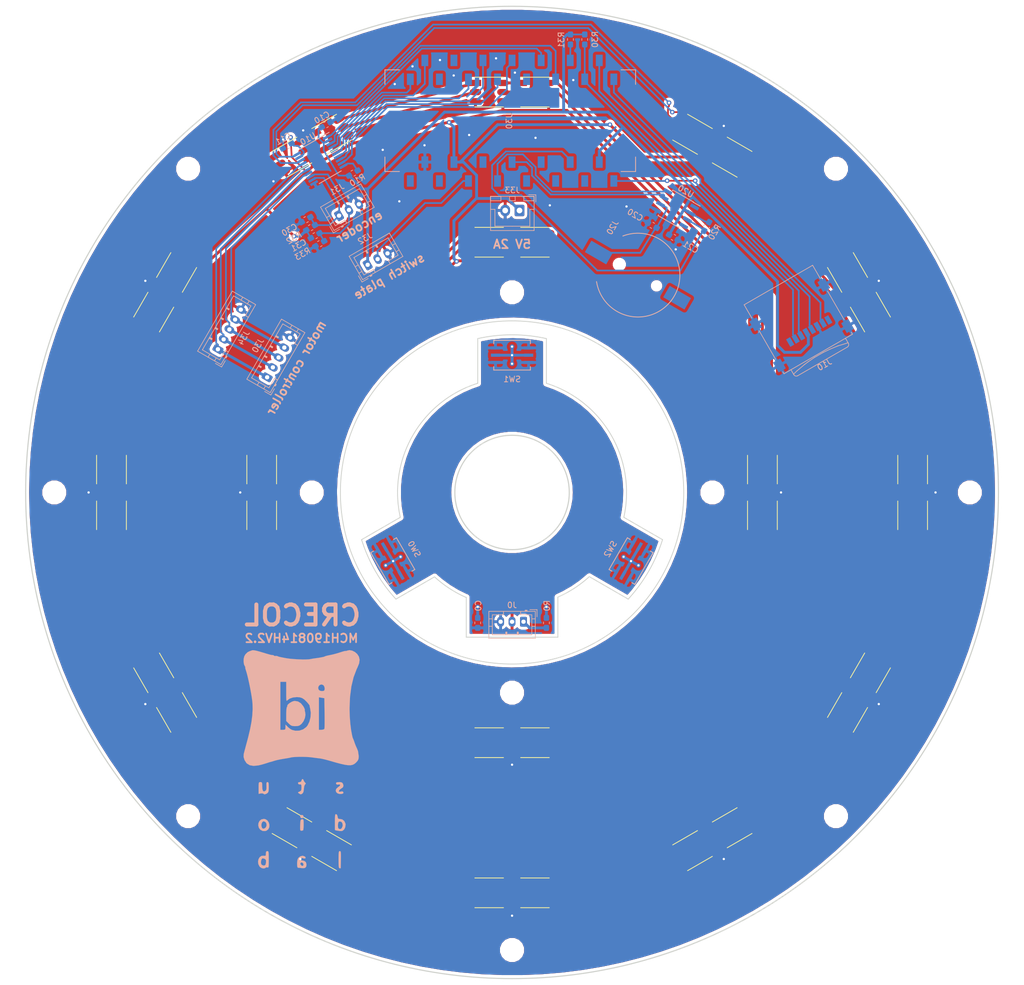
<source format=kicad_pcb>
(kicad_pcb (version 20171130) (host pcbnew "(5.0.1-3-g963ef8bb5)")
  (layers (0 F.Cu signal) (31 B.Cu signal) (34 B.Paste user) (35 F.Paste user) (36 B.SilkS user) (37 F.SilkS user) (38 B.Mask user hide) (39 F.Mask user) (44 Edge.Cuts user))
  (net 0 "")
  (net 1 "Net-(U10A1-Pad1)")
  (net 2 "Net-(U10A1-Pad2)")
  (net 3 GND)
  (net 4 +5V)
  (net 5 "Net-(U10A1-Pad5)")
  (net 6 "Net-(U10A1-Pad6)")
  (net 7 "Net-(U10B1-Pad6)")
  (net 8 "Net-(U10B1-Pad5)")
  (net 9 "Net-(U11A1-Pad5)")
  (net 10 "Net-(U11A1-Pad6)")
  (net 11 "Net-(U11B1-Pad6)")
  (net 12 "Net-(U11B1-Pad5)")
  (net 13 "Net-(U12A1-Pad5)")
  (net 14 "Net-(U12A1-Pad6)")
  (net 15 "Net-(U12B1-Pad6)")
  (net 16 "Net-(U12B1-Pad5)")
  (net 17 "Net-(U13A1-Pad5)")
  (net 18 "Net-(U13A1-Pad6)")
  (net 19 "Net-(U13B1-Pad6)")
  (net 20 "Net-(U13B1-Pad5)")
  (net 21 "Net-(U14A1-Pad5)")
  (net 22 "Net-(U14A1-Pad6)")
  (net 23 "Net-(U14B1-Pad6)")
  (net 24 "Net-(U14B1-Pad5)")
  (net 25 "Net-(U15A1-Pad5)")
  (net 26 "Net-(U15A1-Pad6)")
  (net 27 "Net-(U15B1-Pad6)")
  (net 28 "Net-(U15B1-Pad5)")
  (net 29 "Net-(U16A1-Pad5)")
  (net 30 "Net-(U16A1-Pad6)")
  (net 31 "Net-(U16B1-Pad6)")
  (net 32 "Net-(U16B1-Pad5)")
  (net 33 "Net-(U1A1-Pad5)")
  (net 34 "Net-(U1A1-Pad6)")
  (net 35 "Net-(U1B1-Pad6)")
  (net 36 "Net-(U1B1-Pad5)")
  (net 37 "Net-(U2A1-Pad5)")
  (net 38 "Net-(U2A1-Pad6)")
  (net 39 "Net-(U2B1-Pad6)")
  (net 40 "Net-(U2B1-Pad5)")
  (net 41 "Net-(U3A1-Pad5)")
  (net 42 "Net-(U3A1-Pad6)")
  (net 43 "Net-(U3B1-Pad6)")
  (net 44 "Net-(U3B1-Pad5)")
  (net 45 "Net-(U4A1-Pad5)")
  (net 46 "Net-(U4A1-Pad6)")
  (net 47 "Net-(U4B1-Pad6)")
  (net 48 "Net-(U4B1-Pad5)")
  (net 49 "Net-(U5A1-Pad5)")
  (net 50 "Net-(U5A1-Pad6)")
  (net 51 "Net-(U5B1-Pad6)")
  (net 52 "Net-(U5B1-Pad5)")
  (net 53 "Net-(U6A1-Pad5)")
  (net 54 "Net-(U6A1-Pad6)")
  (net 55 "Net-(U6B1-Pad6)")
  (net 56 "Net-(U6B1-Pad5)")
  (net 57 "Net-(U7A1-Pad5)")
  (net 58 "Net-(U7A1-Pad6)")
  (net 59 "Net-(U7B1-Pad6)")
  (net 60 "Net-(U7B1-Pad5)")
  (net 61 "Net-(U8A1-Pad5)")
  (net 62 "Net-(U8A1-Pad6)")
  (net 63 "Net-(U8B1-Pad6)")
  (net 64 "Net-(U8B1-Pad5)")
  (net 65 "Net-(U9A1-Pad5)")
  (net 66 "Net-(U9A1-Pad6)")
  (net 67 +3V3)
  (net 68 "Net-(C0-Pad1)")
  (net 69 "Net-(C20-Pad2)")
  (net 70 "Net-(J10-Pad8)")
  (net 71 MISO)
  (net 72 SCK)
  (net 73 MOSI)
  (net 74 SD_CS)
  (net 75 "Net-(J10-Pad1)")
  (net 76 "Net-(R10-Pad2)")
  (net 77 RTC_INT)
  (net 78 SDA)
  (net 79 SCL)
  (net 80 "Net-(U20-Pad1)")
  (net 81 "Net-(U20-Pad4)")
  (net 82 T_RXD_5V)
  (net 83 T_TXD_5V)
  (net 84 "T_HS1(UP)_5V")
  (net 85 "T_HS2(DN)_5V")
  (net 86 K_B_5V)
  (net 87 K_A_5V)
  (net 88 SW_OUT)
  (net 89 SD_CD)
  (net 90 L_DO_3V)
  (net 91 L_CLK_3V)
  (net 92 T_RXD_3V)
  (net 93 T_TXD_3V)
  (net 94 "T_HS1(UP)_3V")
  (net 95 "T_HS2(DN)_3V")
  (net 96 K_A_3V)
  (net 97 K_B_3V)
  (net 98 "Net-(U30-Pad3)")
  (net 99 "Net-(U30-Pad5)")
  (net 100 "Net-(U30-Pad6)")
  (net 101 "Net-(U30-Pad7)")
  (net 102 "Net-(U30-Pad10)")
  (net 103 "Net-(U30-Pad13)")
  (net 104 "Net-(U30-Pad18)")
  (net 105 "Net-(U30-Pad19)")
  (net 106 "Net-(U30-Pad24)")
  (net 107 L_CLK_5V)
  (net 108 L_DO_5V)
  (net 109 "Net-(U30-Pad15)")
  (module Connector_JST:JST_XH_B02B-XH-A_1x02_P2.50mm_Vertical (layer B.Cu) (at 101.3 50.7 180)
    (fp_text reference J33 (at 1.25 3.55 180) (layer B.SilkS) (effects (justify mirror)))
    (fp_text value Conn_01x02)
    (pad 2 thru_hole oval (at 2.5 0 180) (size 1.7 2) (drill 1) (layers *.Cu *.Mask) (net 3 GND))
    (pad 1 thru_hole roundrect (at 0 0 180) (size 1.7 2) (drill 1) (layers *.Cu *.Mask) (roundrect_rratio 0.147059) (net 4 +5V))
  )
  (module Capacitor_SMD:C_0603_1608Metric_Pad1.05x0.95mm_HandSolder (layer B.Cu) (at 66.4 56.5 210)
    (fp_text reference C31 (at 3.354294 1.590192 210) (layer B.SilkS) (effects (justify mirror)))
    (fp_text value 100nF)
    (pad 2 smd roundrect (at 0.875 0 210) (size 1.05 0.95) (layers B.Cu B.Paste B.Mask) (net 3 GND))
    (pad 1 smd roundrect (at -0.875 0 210) (size 1.05 0.95) (layers B.Cu B.Paste B.Mask) (net 86 K_B_5V))
  )
  (module Capacitor_SMD:C_0603_1608Metric_Pad1.05x0.95mm_HandSolder (layer B.Cu) (at 64 52.3 210)
    (fp_text reference C30 (at 3.411474 -0.108846 210) (layer B.SilkS) (effects (justify mirror)))
    (fp_text value 100nF)
    (pad 1 smd roundrect (at -0.875 0 210) (size 1.05 0.95) (layers B.Cu B.Paste B.Mask) (net 87 K_A_5V))
    (pad 2 smd roundrect (at 0.875 0 210) (size 1.05 0.95) (layers B.Cu B.Paste B.Mask) (net 3 GND))
  )
  (module Resistor_SMD:R_0603_1608Metric_Pad1.05x0.95mm_HandSolder (layer B.Cu) (at 64.8 53.7 30)
    (fp_text reference R32 (at -3.411474 0.108846 30) (layer B.SilkS) (effects (justify mirror)))
    (fp_text value 10K)
    (pad 2 smd roundrect (at 0.875 0 30) (size 1.05 0.95) (layers B.Cu B.Paste B.Mask) (net 87 K_A_5V))
    (pad 1 smd roundrect (at -0.875 0 30) (size 1.05 0.95) (layers B.Cu B.Paste B.Mask) (net 4 +5V))
  )
  (module Resistor_SMD:R_0603_1608Metric_Pad1.05x0.95mm_HandSolder (layer B.Cu) (at 65.6 55.1 30)
    (fp_text reference R33 (at -3.505256 1.671281 30) (layer B.SilkS) (effects (justify mirror)))
    (fp_text value 10K)
    (pad 1 smd roundrect (at -0.875 0 30) (size 1.05 0.95) (layers B.Cu B.Paste B.Mask) (net 4 +5V))
    (pad 2 smd roundrect (at 0.875 0 30) (size 1.05 0.95) (layers B.Cu B.Paste B.Mask) (net 86 K_B_5V))
  )
  (module _led:5050 (layer F.Cu) (at 96 143.75 180)
    (fp_text reference U14B1 hide)
    (fp_text value APA102)
    (pad 1 smd rect (at -2.4 -1.6 180) (size 2 1.1) (layers F.Cu F.Paste F.Mask) (net 22 "Net-(U14A1-Pad6)"))
    (pad 2 smd oval (at -2.4 0 180) (size 2 1.1) (layers F.Cu F.Paste F.Mask) (net 21 "Net-(U14A1-Pad5)"))
    (pad 3 smd oval (at -2.4 1.6 180) (size 2 1.1) (layers F.Cu F.Paste F.Mask) (net 3 GND))
    (pad 4 smd oval (at 2.4 1.6 180) (size 2 1.1) (layers F.Cu F.Paste F.Mask) (net 4 +5V))
    (pad 5 smd oval (at 2.4 0 180) (size 2 1.1) (layers F.Cu F.Paste F.Mask) (net 24 "Net-(U14B1-Pad5)"))
    (pad 6 smd oval (at 2.4 -1.6 180) (size 2 1.1) (layers F.Cu F.Paste F.Mask) (net 23 "Net-(U14B1-Pad6)"))
  )
  (module _led:5050 (layer F.Cu) (at 56.25 96 90)
    (fp_text reference U15B1 hide)
    (fp_text value APA102)
    (pad 1 smd rect (at -2.4 -1.6 90) (size 2 1.1) (layers F.Cu F.Paste F.Mask) (net 26 "Net-(U15A1-Pad6)"))
    (pad 2 smd oval (at -2.4 0 90) (size 2 1.1) (layers F.Cu F.Paste F.Mask) (net 25 "Net-(U15A1-Pad5)"))
    (pad 3 smd oval (at -2.4 1.6 90) (size 2 1.1) (layers F.Cu F.Paste F.Mask) (net 3 GND))
    (pad 4 smd oval (at 2.4 1.6 90) (size 2 1.1) (layers F.Cu F.Paste F.Mask) (net 4 +5V))
    (pad 5 smd oval (at 2.4 0 90) (size 2 1.1) (layers F.Cu F.Paste F.Mask) (net 28 "Net-(U15B1-Pad5)"))
    (pad 6 smd oval (at 2.4 -1.6 90) (size 2 1.1) (layers F.Cu F.Paste F.Mask) (net 27 "Net-(U15B1-Pad6)"))
  )
  (module _led:5050 (layer F.Cu) (at 104 56.25)
    (fp_text reference U16B1 hide)
    (fp_text value APA102)
    (pad 1 smd rect (at -2.4 -1.6) (size 2 1.1) (layers F.Cu F.Paste F.Mask) (net 30 "Net-(U16A1-Pad6)"))
    (pad 2 smd oval (at -2.4 0) (size 2 1.1) (layers F.Cu F.Paste F.Mask) (net 29 "Net-(U16A1-Pad5)"))
    (pad 3 smd oval (at -2.4 1.6) (size 2 1.1) (layers F.Cu F.Paste F.Mask) (net 3 GND))
    (pad 4 smd oval (at 2.4 1.6) (size 2 1.1) (layers F.Cu F.Paste F.Mask) (net 4 +5V))
    (pad 5 smd oval (at 2.4 0) (size 2 1.1) (layers F.Cu F.Paste F.Mask) (net 32 "Net-(U16B1-Pad5)"))
    (pad 6 smd oval (at 2.4 -1.6) (size 2 1.1) (layers F.Cu F.Paste F.Mask) (net 31 "Net-(U16B1-Pad6)"))
  )
  (module _led:5050 (layer F.Cu) (at 104 143.75 180)
    (fp_text reference U14A1 hide)
    (fp_text value APA102)
    (pad 6 smd oval (at 2.4 -1.6 180) (size 2 1.1) (layers F.Cu F.Paste F.Mask) (net 22 "Net-(U14A1-Pad6)"))
    (pad 5 smd oval (at 2.4 0 180) (size 2 1.1) (layers F.Cu F.Paste F.Mask) (net 21 "Net-(U14A1-Pad5)"))
    (pad 4 smd oval (at 2.4 1.6 180) (size 2 1.1) (layers F.Cu F.Paste F.Mask) (net 4 +5V))
    (pad 3 smd oval (at -2.4 1.6 180) (size 2 1.1) (layers F.Cu F.Paste F.Mask) (net 3 GND))
    (pad 2 smd oval (at -2.4 0 180) (size 2 1.1) (layers F.Cu F.Paste F.Mask) (net 20 "Net-(U13B1-Pad5)"))
    (pad 1 smd rect (at -2.4 -1.6 180) (size 2 1.1) (layers F.Cu F.Paste F.Mask) (net 19 "Net-(U13B1-Pad6)"))
  )
  (module _led:5050 (layer F.Cu) (at 56.25 104 90)
    (fp_text reference U15A1 hide)
    (fp_text value APA102)
    (pad 6 smd oval (at 2.4 -1.6 90) (size 2 1.1) (layers F.Cu F.Paste F.Mask) (net 26 "Net-(U15A1-Pad6)"))
    (pad 5 smd oval (at 2.4 0 90) (size 2 1.1) (layers F.Cu F.Paste F.Mask) (net 25 "Net-(U15A1-Pad5)"))
    (pad 4 smd oval (at 2.4 1.6 90) (size 2 1.1) (layers F.Cu F.Paste F.Mask) (net 4 +5V))
    (pad 3 smd oval (at -2.4 1.6 90) (size 2 1.1) (layers F.Cu F.Paste F.Mask) (net 3 GND))
    (pad 2 smd oval (at -2.4 0 90) (size 2 1.1) (layers F.Cu F.Paste F.Mask) (net 24 "Net-(U14B1-Pad5)"))
    (pad 1 smd rect (at -2.4 -1.6 90) (size 2 1.1) (layers F.Cu F.Paste F.Mask) (net 23 "Net-(U14B1-Pad6)"))
  )
  (module _led:5050 (layer F.Cu) (at 96 56.25)
    (fp_text reference U16A1 hide)
    (fp_text value APA102)
    (pad 6 smd oval (at 2.4 -1.6) (size 2 1.1) (layers F.Cu F.Paste F.Mask) (net 30 "Net-(U16A1-Pad6)"))
    (pad 5 smd oval (at 2.4 0) (size 2 1.1) (layers F.Cu F.Paste F.Mask) (net 29 "Net-(U16A1-Pad5)"))
    (pad 4 smd oval (at 2.4 1.6) (size 2 1.1) (layers F.Cu F.Paste F.Mask) (net 4 +5V))
    (pad 3 smd oval (at -2.4 1.6) (size 2 1.1) (layers F.Cu F.Paste F.Mask) (net 3 GND))
    (pad 2 smd oval (at -2.4 0) (size 2 1.1) (layers F.Cu F.Paste F.Mask) (net 28 "Net-(U15B1-Pad5)"))
    (pad 1 smd rect (at -2.4 -1.6) (size 2 1.1) (layers F.Cu F.Paste F.Mask) (net 27 "Net-(U15B1-Pad6)"))
  )
  (module _led:5050 (layer F.Cu) (at 131.535898 37.378222 330)
    (fp_text reference U1A1 hide)
    (fp_text value APA102)
    (pad 6 smd oval (at 2.4 -1.6 330) (size 2 1.1) (layers F.Cu F.Paste F.Mask) (net 34 "Net-(U1A1-Pad6)"))
    (pad 5 smd oval (at 2.4 0 330) (size 2 1.1) (layers F.Cu F.Paste F.Mask) (net 33 "Net-(U1A1-Pad5)"))
    (pad 4 smd oval (at 2.4 1.6 330) (size 2 1.1) (layers F.Cu F.Paste F.Mask) (net 4 +5V))
    (pad 3 smd oval (at -2.4 1.6 330) (size 2 1.1) (layers F.Cu F.Paste F.Mask) (net 3 GND))
    (pad 2 smd oval (at -2.4 0 330) (size 2 1.1) (layers F.Cu F.Paste F.Mask) (net 107 L_CLK_5V))
    (pad 1 smd rect (at -2.4 -1.6 330) (size 2 1.1) (layers F.Cu F.Paste F.Mask) (net 108 L_DO_5V))
  )
  (module _led:5050 (layer F.Cu) (at 158.621778 61.535898 300)
    (fp_text reference U2A1 hide)
    (fp_text value APA102)
    (pad 6 smd oval (at 2.4 -1.6 300) (size 2 1.1) (layers F.Cu F.Paste F.Mask) (net 38 "Net-(U2A1-Pad6)"))
    (pad 5 smd oval (at 2.4 0 300) (size 2 1.1) (layers F.Cu F.Paste F.Mask) (net 37 "Net-(U2A1-Pad5)"))
    (pad 4 smd oval (at 2.4 1.6 300) (size 2 1.1) (layers F.Cu F.Paste F.Mask) (net 4 +5V))
    (pad 3 smd oval (at -2.4 1.6 300) (size 2 1.1) (layers F.Cu F.Paste F.Mask) (net 3 GND))
    (pad 2 smd oval (at -2.4 0 300) (size 2 1.1) (layers F.Cu F.Paste F.Mask) (net 36 "Net-(U1B1-Pad5)"))
    (pad 1 smd rect (at -2.4 -1.6 300) (size 2 1.1) (layers F.Cu F.Paste F.Mask) (net 35 "Net-(U1B1-Pad6)"))
  )
  (module _led:5050 (layer F.Cu) (at 170 96 270)
    (fp_text reference U3A1 hide)
    (fp_text value APA102)
    (pad 6 smd oval (at 2.4 -1.6 270) (size 2 1.1) (layers F.Cu F.Paste F.Mask) (net 42 "Net-(U3A1-Pad6)"))
    (pad 5 smd oval (at 2.4 0 270) (size 2 1.1) (layers F.Cu F.Paste F.Mask) (net 41 "Net-(U3A1-Pad5)"))
    (pad 4 smd oval (at 2.4 1.6 270) (size 2 1.1) (layers F.Cu F.Paste F.Mask) (net 4 +5V))
    (pad 3 smd oval (at -2.4 1.6 270) (size 2 1.1) (layers F.Cu F.Paste F.Mask) (net 3 GND))
    (pad 2 smd oval (at -2.4 0 270) (size 2 1.1) (layers F.Cu F.Paste F.Mask) (net 40 "Net-(U2B1-Pad5)"))
    (pad 1 smd rect (at -2.4 -1.6 270) (size 2 1.1) (layers F.Cu F.Paste F.Mask) (net 39 "Net-(U2B1-Pad6)"))
  )
  (module _led:5050 (layer F.Cu) (at 162.621778 131.535898 240)
    (fp_text reference U4A1 hide)
    (fp_text value APA102)
    (pad 6 smd oval (at 2.4 -1.6 240) (size 2 1.1) (layers F.Cu F.Paste F.Mask) (net 46 "Net-(U4A1-Pad6)"))
    (pad 5 smd oval (at 2.4 0 240) (size 2 1.1) (layers F.Cu F.Paste F.Mask) (net 45 "Net-(U4A1-Pad5)"))
    (pad 4 smd oval (at 2.4 1.6 240) (size 2 1.1) (layers F.Cu F.Paste F.Mask) (net 4 +5V))
    (pad 3 smd oval (at -2.4 1.6 240) (size 2 1.1) (layers F.Cu F.Paste F.Mask) (net 3 GND))
    (pad 2 smd oval (at -2.4 0 240) (size 2 1.1) (layers F.Cu F.Paste F.Mask) (net 44 "Net-(U3B1-Pad5)"))
    (pad 1 smd rect (at -2.4 -1.6 240) (size 2 1.1) (layers F.Cu F.Paste F.Mask) (net 43 "Net-(U3B1-Pad6)"))
  )
  (module _led:5050 (layer F.Cu) (at 138.464102 158.621778 210)
    (fp_text reference U5A1 hide)
    (fp_text value APA102)
    (pad 6 smd oval (at 2.4 -1.6 210) (size 2 1.1) (layers F.Cu F.Paste F.Mask) (net 50 "Net-(U5A1-Pad6)"))
    (pad 5 smd oval (at 2.4 0 210) (size 2 1.1) (layers F.Cu F.Paste F.Mask) (net 49 "Net-(U5A1-Pad5)"))
    (pad 4 smd oval (at 2.4 1.6 210) (size 2 1.1) (layers F.Cu F.Paste F.Mask) (net 4 +5V))
    (pad 3 smd oval (at -2.4 1.6 210) (size 2 1.1) (layers F.Cu F.Paste F.Mask) (net 3 GND))
    (pad 2 smd oval (at -2.4 0 210) (size 2 1.1) (layers F.Cu F.Paste F.Mask) (net 48 "Net-(U4B1-Pad5)"))
    (pad 1 smd rect (at -2.4 -1.6 210) (size 2 1.1) (layers F.Cu F.Paste F.Mask) (net 47 "Net-(U4B1-Pad6)"))
  )
  (module _led:5050 (layer F.Cu) (at 104 170 180)
    (fp_text reference U6A1 hide)
    (fp_text value APA102)
    (pad 6 smd oval (at 2.4 -1.6 180) (size 2 1.1) (layers F.Cu F.Paste F.Mask) (net 54 "Net-(U6A1-Pad6)"))
    (pad 5 smd oval (at 2.4 0 180) (size 2 1.1) (layers F.Cu F.Paste F.Mask) (net 53 "Net-(U6A1-Pad5)"))
    (pad 4 smd oval (at 2.4 1.6 180) (size 2 1.1) (layers F.Cu F.Paste F.Mask) (net 4 +5V))
    (pad 3 smd oval (at -2.4 1.6 180) (size 2 1.1) (layers F.Cu F.Paste F.Mask) (net 3 GND))
    (pad 2 smd oval (at -2.4 0 180) (size 2 1.1) (layers F.Cu F.Paste F.Mask) (net 52 "Net-(U5B1-Pad5)"))
    (pad 1 smd rect (at -2.4 -1.6 180) (size 2 1.1) (layers F.Cu F.Paste F.Mask) (net 51 "Net-(U5B1-Pad6)"))
  )
  (module _led:5050 (layer F.Cu) (at 68.464102 162.621778 150)
    (fp_text reference U7A1 hide)
    (fp_text value APA102)
    (pad 6 smd oval (at 2.4 -1.6 150) (size 2 1.1) (layers F.Cu F.Paste F.Mask) (net 58 "Net-(U7A1-Pad6)"))
    (pad 5 smd oval (at 2.4 0 150) (size 2 1.1) (layers F.Cu F.Paste F.Mask) (net 57 "Net-(U7A1-Pad5)"))
    (pad 4 smd oval (at 2.4 1.6 150) (size 2 1.1) (layers F.Cu F.Paste F.Mask) (net 4 +5V))
    (pad 3 smd oval (at -2.4 1.6 150) (size 2 1.1) (layers F.Cu F.Paste F.Mask) (net 3 GND))
    (pad 2 smd oval (at -2.4 0 150) (size 2 1.1) (layers F.Cu F.Paste F.Mask) (net 56 "Net-(U6B1-Pad5)"))
    (pad 1 smd rect (at -2.4 -1.6 150) (size 2 1.1) (layers F.Cu F.Paste F.Mask) (net 55 "Net-(U6B1-Pad6)"))
  )
  (module _led:5050 (layer F.Cu) (at 41.378222 138.464102 120)
    (fp_text reference U8A1 hide)
    (fp_text value APA102)
    (pad 6 smd oval (at 2.4 -1.6 120) (size 2 1.1) (layers F.Cu F.Paste F.Mask) (net 62 "Net-(U8A1-Pad6)"))
    (pad 5 smd oval (at 2.4 0 120) (size 2 1.1) (layers F.Cu F.Paste F.Mask) (net 61 "Net-(U8A1-Pad5)"))
    (pad 4 smd oval (at 2.4 1.6 120) (size 2 1.1) (layers F.Cu F.Paste F.Mask) (net 4 +5V))
    (pad 3 smd oval (at -2.4 1.6 120) (size 2 1.1) (layers F.Cu F.Paste F.Mask) (net 3 GND))
    (pad 2 smd oval (at -2.4 0 120) (size 2 1.1) (layers F.Cu F.Paste F.Mask) (net 60 "Net-(U7B1-Pad5)"))
    (pad 1 smd rect (at -2.4 -1.6 120) (size 2 1.1) (layers F.Cu F.Paste F.Mask) (net 59 "Net-(U7B1-Pad6)"))
  )
  (module _led:5050 (layer F.Cu) (at 30 104 90)
    (fp_text reference U9A1 hide)
    (fp_text value APA102)
    (pad 6 smd oval (at 2.4 -1.6 90) (size 2 1.1) (layers F.Cu F.Paste F.Mask) (net 66 "Net-(U9A1-Pad6)"))
    (pad 5 smd oval (at 2.4 0 90) (size 2 1.1) (layers F.Cu F.Paste F.Mask) (net 65 "Net-(U9A1-Pad5)"))
    (pad 4 smd oval (at 2.4 1.6 90) (size 2 1.1) (layers F.Cu F.Paste F.Mask) (net 4 +5V))
    (pad 3 smd oval (at -2.4 1.6 90) (size 2 1.1) (layers F.Cu F.Paste F.Mask) (net 3 GND))
    (pad 2 smd oval (at -2.4 0 90) (size 2 1.1) (layers F.Cu F.Paste F.Mask) (net 64 "Net-(U8B1-Pad5)"))
    (pad 1 smd rect (at -2.4 -1.6 90) (size 2 1.1) (layers F.Cu F.Paste F.Mask) (net 63 "Net-(U8B1-Pad6)"))
  )
  (module _led:5050 (layer F.Cu) (at 37.378222 68.464102 60)
    (fp_text reference U10A1 hide)
    (fp_text value APA102)
    (pad 6 smd oval (at 2.4 -1.6 60) (size 2 1.1) (layers F.Cu F.Paste F.Mask) (net 6 "Net-(U10A1-Pad6)"))
    (pad 5 smd oval (at 2.4 0 60) (size 2 1.1) (layers F.Cu F.Paste F.Mask) (net 5 "Net-(U10A1-Pad5)"))
    (pad 4 smd oval (at 2.4 1.6 60) (size 2 1.1) (layers F.Cu F.Paste F.Mask) (net 4 +5V))
    (pad 3 smd oval (at -2.4 1.6 60) (size 2 1.1) (layers F.Cu F.Paste F.Mask) (net 3 GND))
    (pad 2 smd oval (at -2.4 0 60) (size 2 1.1) (layers F.Cu F.Paste F.Mask) (net 2 "Net-(U10A1-Pad2)"))
    (pad 1 smd rect (at -2.4 -1.6 60) (size 2 1.1) (layers F.Cu F.Paste F.Mask) (net 1 "Net-(U10A1-Pad1)"))
  )
  (module _led:5050 (layer F.Cu) (at 61.535898 41.378222 30)
    (fp_text reference U11A1 hide)
    (fp_text value APA102)
    (pad 6 smd oval (at 2.4 -1.6 30) (size 2 1.1) (layers F.Cu F.Paste F.Mask) (net 10 "Net-(U11A1-Pad6)"))
    (pad 5 smd oval (at 2.4 0 30) (size 2 1.1) (layers F.Cu F.Paste F.Mask) (net 9 "Net-(U11A1-Pad5)"))
    (pad 4 smd oval (at 2.4 1.6 30) (size 2 1.1) (layers F.Cu F.Paste F.Mask) (net 4 +5V))
    (pad 3 smd oval (at -2.4 1.6 30) (size 2 1.1) (layers F.Cu F.Paste F.Mask) (net 3 GND))
    (pad 2 smd oval (at -2.4 0 30) (size 2 1.1) (layers F.Cu F.Paste F.Mask) (net 8 "Net-(U10B1-Pad5)"))
    (pad 1 smd rect (at -2.4 -1.6 30) (size 2 1.1) (layers F.Cu F.Paste F.Mask) (net 7 "Net-(U10B1-Pad6)"))
  )
  (module _led:5050 (layer F.Cu) (at 138.464102 41.378222 330)
    (fp_text reference U1B1 hide)
    (fp_text value APA102)
    (pad 1 smd rect (at -2.4 -1.6 330) (size 2 1.1) (layers F.Cu F.Paste F.Mask) (net 34 "Net-(U1A1-Pad6)"))
    (pad 2 smd oval (at -2.4 0 330) (size 2 1.1) (layers F.Cu F.Paste F.Mask) (net 33 "Net-(U1A1-Pad5)"))
    (pad 3 smd oval (at -2.4 1.6 330) (size 2 1.1) (layers F.Cu F.Paste F.Mask) (net 3 GND))
    (pad 4 smd oval (at 2.4 1.6 330) (size 2 1.1) (layers F.Cu F.Paste F.Mask) (net 4 +5V))
    (pad 5 smd oval (at 2.4 0 330) (size 2 1.1) (layers F.Cu F.Paste F.Mask) (net 36 "Net-(U1B1-Pad5)"))
    (pad 6 smd oval (at 2.4 -1.6 330) (size 2 1.1) (layers F.Cu F.Paste F.Mask) (net 35 "Net-(U1B1-Pad6)"))
  )
  (module _led:5050 (layer F.Cu) (at 162.621778 68.464102 300)
    (fp_text reference U2B1 hide)
    (fp_text value APA102)
    (pad 1 smd rect (at -2.4 -1.6 300) (size 2 1.1) (layers F.Cu F.Paste F.Mask) (net 38 "Net-(U2A1-Pad6)"))
    (pad 2 smd oval (at -2.4 0 300) (size 2 1.1) (layers F.Cu F.Paste F.Mask) (net 37 "Net-(U2A1-Pad5)"))
    (pad 3 smd oval (at -2.4 1.6 300) (size 2 1.1) (layers F.Cu F.Paste F.Mask) (net 3 GND))
    (pad 4 smd oval (at 2.4 1.6 300) (size 2 1.1) (layers F.Cu F.Paste F.Mask) (net 4 +5V))
    (pad 5 smd oval (at 2.4 0 300) (size 2 1.1) (layers F.Cu F.Paste F.Mask) (net 40 "Net-(U2B1-Pad5)"))
    (pad 6 smd oval (at 2.4 -1.6 300) (size 2 1.1) (layers F.Cu F.Paste F.Mask) (net 39 "Net-(U2B1-Pad6)"))
  )
  (module _led:5050 (layer F.Cu) (at 170 104 270)
    (fp_text reference U3B1 hide)
    (fp_text value APA102)
    (pad 1 smd rect (at -2.4 -1.6 270) (size 2 1.1) (layers F.Cu F.Paste F.Mask) (net 42 "Net-(U3A1-Pad6)"))
    (pad 2 smd oval (at -2.4 0 270) (size 2 1.1) (layers F.Cu F.Paste F.Mask) (net 41 "Net-(U3A1-Pad5)"))
    (pad 3 smd oval (at -2.4 1.6 270) (size 2 1.1) (layers F.Cu F.Paste F.Mask) (net 3 GND))
    (pad 4 smd oval (at 2.4 1.6 270) (size 2 1.1) (layers F.Cu F.Paste F.Mask) (net 4 +5V))
    (pad 5 smd oval (at 2.4 0 270) (size 2 1.1) (layers F.Cu F.Paste F.Mask) (net 44 "Net-(U3B1-Pad5)"))
    (pad 6 smd oval (at 2.4 -1.6 270) (size 2 1.1) (layers F.Cu F.Paste F.Mask) (net 43 "Net-(U3B1-Pad6)"))
  )
  (module _led:5050 (layer F.Cu) (at 158.621778 138.464102 240)
    (fp_text reference U4B1 hide)
    (fp_text value APA102)
    (pad 1 smd rect (at -2.4 -1.6 240) (size 2 1.1) (layers F.Cu F.Paste F.Mask) (net 46 "Net-(U4A1-Pad6)"))
    (pad 2 smd oval (at -2.4 0 240) (size 2 1.1) (layers F.Cu F.Paste F.Mask) (net 45 "Net-(U4A1-Pad5)"))
    (pad 3 smd oval (at -2.4 1.6 240) (size 2 1.1) (layers F.Cu F.Paste F.Mask) (net 3 GND))
    (pad 4 smd oval (at 2.4 1.6 240) (size 2 1.1) (layers F.Cu F.Paste F.Mask) (net 4 +5V))
    (pad 5 smd oval (at 2.4 0 240) (size 2 1.1) (layers F.Cu F.Paste F.Mask) (net 48 "Net-(U4B1-Pad5)"))
    (pad 6 smd oval (at 2.4 -1.6 240) (size 2 1.1) (layers F.Cu F.Paste F.Mask) (net 47 "Net-(U4B1-Pad6)"))
  )
  (module _led:5050 (layer F.Cu) (at 131.535898 162.621778 210)
    (fp_text reference U5B1 hide)
    (fp_text value APA102)
    (pad 1 smd rect (at -2.4 -1.6 210) (size 2 1.1) (layers F.Cu F.Paste F.Mask) (net 50 "Net-(U5A1-Pad6)"))
    (pad 2 smd oval (at -2.4 0 210) (size 2 1.1) (layers F.Cu F.Paste F.Mask) (net 49 "Net-(U5A1-Pad5)"))
    (pad 3 smd oval (at -2.4 1.6 210) (size 2 1.1) (layers F.Cu F.Paste F.Mask) (net 3 GND))
    (pad 4 smd oval (at 2.4 1.6 210) (size 2 1.1) (layers F.Cu F.Paste F.Mask) (net 4 +5V))
    (pad 5 smd oval (at 2.4 0 210) (size 2 1.1) (layers F.Cu F.Paste F.Mask) (net 52 "Net-(U5B1-Pad5)"))
    (pad 6 smd oval (at 2.4 -1.6 210) (size 2 1.1) (layers F.Cu F.Paste F.Mask) (net 51 "Net-(U5B1-Pad6)"))
  )
  (module _led:5050 (layer F.Cu) (at 96 170 180)
    (fp_text reference U6B1 hide)
    (fp_text value APA102)
    (pad 1 smd rect (at -2.4 -1.6 180) (size 2 1.1) (layers F.Cu F.Paste F.Mask) (net 54 "Net-(U6A1-Pad6)"))
    (pad 2 smd oval (at -2.4 0 180) (size 2 1.1) (layers F.Cu F.Paste F.Mask) (net 53 "Net-(U6A1-Pad5)"))
    (pad 3 smd oval (at -2.4 1.6 180) (size 2 1.1) (layers F.Cu F.Paste F.Mask) (net 3 GND))
    (pad 4 smd oval (at 2.4 1.6 180) (size 2 1.1) (layers F.Cu F.Paste F.Mask) (net 4 +5V))
    (pad 5 smd oval (at 2.4 0 180) (size 2 1.1) (layers F.Cu F.Paste F.Mask) (net 56 "Net-(U6B1-Pad5)"))
    (pad 6 smd oval (at 2.4 -1.6 180) (size 2 1.1) (layers F.Cu F.Paste F.Mask) (net 55 "Net-(U6B1-Pad6)"))
  )
  (module _led:5050 (layer F.Cu) (at 61.535898 158.621778 150)
    (fp_text reference U7B1 hide)
    (fp_text value APA102)
    (pad 1 smd rect (at -2.4 -1.6 150) (size 2 1.1) (layers F.Cu F.Paste F.Mask) (net 58 "Net-(U7A1-Pad6)"))
    (pad 2 smd oval (at -2.4 0 150) (size 2 1.1) (layers F.Cu F.Paste F.Mask) (net 57 "Net-(U7A1-Pad5)"))
    (pad 3 smd oval (at -2.4 1.6 150) (size 2 1.1) (layers F.Cu F.Paste F.Mask) (net 3 GND))
    (pad 4 smd oval (at 2.4 1.6 150) (size 2 1.1) (layers F.Cu F.Paste F.Mask) (net 4 +5V))
    (pad 5 smd oval (at 2.4 0 150) (size 2 1.1) (layers F.Cu F.Paste F.Mask) (net 60 "Net-(U7B1-Pad5)"))
    (pad 6 smd oval (at 2.4 -1.6 150) (size 2 1.1) (layers F.Cu F.Paste F.Mask) (net 59 "Net-(U7B1-Pad6)"))
  )
  (module _led:5050 (layer F.Cu) (at 37.378222 131.535898 120)
    (fp_text reference U8B1 hide)
    (fp_text value APA102)
    (pad 1 smd rect (at -2.4 -1.6 120) (size 2 1.1) (layers F.Cu F.Paste F.Mask) (net 62 "Net-(U8A1-Pad6)"))
    (pad 2 smd oval (at -2.4 0 120) (size 2 1.1) (layers F.Cu F.Paste F.Mask) (net 61 "Net-(U8A1-Pad5)"))
    (pad 3 smd oval (at -2.4 1.6 120) (size 2 1.1) (layers F.Cu F.Paste F.Mask) (net 3 GND))
    (pad 4 smd oval (at 2.4 1.6 120) (size 2 1.1) (layers F.Cu F.Paste F.Mask) (net 4 +5V))
    (pad 5 smd oval (at 2.4 0 120) (size 2 1.1) (layers F.Cu F.Paste F.Mask) (net 64 "Net-(U8B1-Pad5)"))
    (pad 6 smd oval (at 2.4 -1.6 120) (size 2 1.1) (layers F.Cu F.Paste F.Mask) (net 63 "Net-(U8B1-Pad6)"))
  )
  (module _led:5050 (layer F.Cu) (at 30 96 90)
    (fp_text reference U9B1 hide)
    (fp_text value APA102)
    (pad 1 smd rect (at -2.4 -1.6 90) (size 2 1.1) (layers F.Cu F.Paste F.Mask) (net 66 "Net-(U9A1-Pad6)"))
    (pad 2 smd oval (at -2.4 0 90) (size 2 1.1) (layers F.Cu F.Paste F.Mask) (net 65 "Net-(U9A1-Pad5)"))
    (pad 3 smd oval (at -2.4 1.6 90) (size 2 1.1) (layers F.Cu F.Paste F.Mask) (net 3 GND))
    (pad 4 smd oval (at 2.4 1.6 90) (size 2 1.1) (layers F.Cu F.Paste F.Mask) (net 4 +5V))
    (pad 5 smd oval (at 2.4 0 90) (size 2 1.1) (layers F.Cu F.Paste F.Mask) (net 2 "Net-(U10A1-Pad2)"))
    (pad 6 smd oval (at 2.4 -1.6 90) (size 2 1.1) (layers F.Cu F.Paste F.Mask) (net 1 "Net-(U10A1-Pad1)"))
  )
  (module _led:5050 (layer F.Cu) (at 41.378222 61.535898 60)
    (fp_text reference U10B1 hide)
    (fp_text value APA102)
    (pad 1 smd rect (at -2.4 -1.6 60) (size 2 1.1) (layers F.Cu F.Paste F.Mask) (net 6 "Net-(U10A1-Pad6)"))
    (pad 2 smd oval (at -2.4 0 60) (size 2 1.1) (layers F.Cu F.Paste F.Mask) (net 5 "Net-(U10A1-Pad5)"))
    (pad 3 smd oval (at -2.4 1.6 60) (size 2 1.1) (layers F.Cu F.Paste F.Mask) (net 3 GND))
    (pad 4 smd oval (at 2.4 1.6 60) (size 2 1.1) (layers F.Cu F.Paste F.Mask) (net 4 +5V))
    (pad 5 smd oval (at 2.4 0 60) (size 2 1.1) (layers F.Cu F.Paste F.Mask) (net 8 "Net-(U10B1-Pad5)"))
    (pad 6 smd oval (at 2.4 -1.6 60) (size 2 1.1) (layers F.Cu F.Paste F.Mask) (net 7 "Net-(U10B1-Pad6)"))
  )
  (module _led:5050 (layer F.Cu) (at 68.464102 37.378222 30)
    (fp_text reference U11B1 hide)
    (fp_text value APA102)
    (pad 1 smd rect (at -2.4 -1.6 30) (size 2 1.1) (layers F.Cu F.Paste F.Mask) (net 10 "Net-(U11A1-Pad6)"))
    (pad 2 smd oval (at -2.4 0 30) (size 2 1.1) (layers F.Cu F.Paste F.Mask) (net 9 "Net-(U11A1-Pad5)"))
    (pad 3 smd oval (at -2.4 1.6 30) (size 2 1.1) (layers F.Cu F.Paste F.Mask) (net 3 GND))
    (pad 4 smd oval (at 2.4 1.6 30) (size 2 1.1) (layers F.Cu F.Paste F.Mask) (net 4 +5V))
    (pad 5 smd oval (at 2.4 0 30) (size 2 1.1) (layers F.Cu F.Paste F.Mask) (net 12 "Net-(U11B1-Pad5)"))
    (pad 6 smd oval (at 2.4 -1.6 30) (size 2 1.1) (layers F.Cu F.Paste F.Mask) (net 11 "Net-(U11B1-Pad6)"))
  )
  (module _led:5050 (layer F.Cu) (at 96 30)
    (fp_text reference U12A1 hide)
    (fp_text value APA102)
    (pad 1 smd rect (at -2.4 -1.6) (size 2 1.1) (layers F.Cu F.Paste F.Mask) (net 11 "Net-(U11B1-Pad6)"))
    (pad 2 smd oval (at -2.4 0) (size 2 1.1) (layers F.Cu F.Paste F.Mask) (net 12 "Net-(U11B1-Pad5)"))
    (pad 3 smd oval (at -2.4 1.6) (size 2 1.1) (layers F.Cu F.Paste F.Mask) (net 3 GND))
    (pad 4 smd oval (at 2.4 1.6) (size 2 1.1) (layers F.Cu F.Paste F.Mask) (net 4 +5V))
    (pad 5 smd oval (at 2.4 0) (size 2 1.1) (layers F.Cu F.Paste F.Mask) (net 13 "Net-(U12A1-Pad5)"))
    (pad 6 smd oval (at 2.4 -1.6) (size 2 1.1) (layers F.Cu F.Paste F.Mask) (net 14 "Net-(U12A1-Pad6)"))
  )
  (module _led:5050 (layer F.Cu) (at 104 30)
    (fp_text reference U12B1 hide)
    (fp_text value APA102)
    (pad 6 smd oval (at 2.4 -1.6) (size 2 1.1) (layers F.Cu F.Paste F.Mask) (net 15 "Net-(U12B1-Pad6)"))
    (pad 5 smd oval (at 2.4 0) (size 2 1.1) (layers F.Cu F.Paste F.Mask) (net 16 "Net-(U12B1-Pad5)"))
    (pad 4 smd oval (at 2.4 1.6) (size 2 1.1) (layers F.Cu F.Paste F.Mask) (net 4 +5V))
    (pad 3 smd oval (at -2.4 1.6) (size 2 1.1) (layers F.Cu F.Paste F.Mask) (net 3 GND))
    (pad 2 smd oval (at -2.4 0) (size 2 1.1) (layers F.Cu F.Paste F.Mask) (net 13 "Net-(U12A1-Pad5)"))
    (pad 1 smd rect (at -2.4 -1.6) (size 2 1.1) (layers F.Cu F.Paste F.Mask) (net 14 "Net-(U12A1-Pad6)"))
  )
  (module _led:5050 (layer F.Cu) (at 143.75 96 270)
    (fp_text reference U13A1 hide)
    (fp_text value APA102)
    (pad 1 smd rect (at -2.4 -1.6 270) (size 2 1.1) (layers F.Cu F.Paste F.Mask) (net 15 "Net-(U12B1-Pad6)"))
    (pad 2 smd oval (at -2.4 0 270) (size 2 1.1) (layers F.Cu F.Paste F.Mask) (net 16 "Net-(U12B1-Pad5)"))
    (pad 3 smd oval (at -2.4 1.6 270) (size 2 1.1) (layers F.Cu F.Paste F.Mask) (net 3 GND))
    (pad 4 smd oval (at 2.4 1.6 270) (size 2 1.1) (layers F.Cu F.Paste F.Mask) (net 4 +5V))
    (pad 5 smd oval (at 2.4 0 270) (size 2 1.1) (layers F.Cu F.Paste F.Mask) (net 17 "Net-(U13A1-Pad5)"))
    (pad 6 smd oval (at 2.4 -1.6 270) (size 2 1.1) (layers F.Cu F.Paste F.Mask) (net 18 "Net-(U13A1-Pad6)"))
  )
  (module _led:5050 (layer F.Cu) (at 143.75 104 270)
    (fp_text reference U13B1 hide)
    (fp_text value APA102)
    (pad 6 smd oval (at 2.4 -1.6 270) (size 2 1.1) (layers F.Cu F.Paste F.Mask) (net 19 "Net-(U13B1-Pad6)"))
    (pad 5 smd oval (at 2.4 0 270) (size 2 1.1) (layers F.Cu F.Paste F.Mask) (net 20 "Net-(U13B1-Pad5)"))
    (pad 4 smd oval (at 2.4 1.6 270) (size 2 1.1) (layers F.Cu F.Paste F.Mask) (net 4 +5V))
    (pad 3 smd oval (at -2.4 1.6 270) (size 2 1.1) (layers F.Cu F.Paste F.Mask) (net 3 GND))
    (pad 2 smd oval (at -2.4 0 270) (size 2 1.1) (layers F.Cu F.Paste F.Mask) (net 17 "Net-(U13A1-Pad5)"))
    (pad 1 smd rect (at -2.4 -1.6 270) (size 2 1.1) (layers F.Cu F.Paste F.Mask) (net 18 "Net-(U13A1-Pad6)"))
  )
  (module Capacitor_SMD:C_0603_1608Metric_Pad1.05x0.95mm_HandSolder (layer B.Cu) (at 94 122.8 270)
    (fp_text reference C0 (at -3 -0.1 270) (layer B.SilkS) (effects (justify mirror)))
    (fp_text value 100nF)
    (pad 1 smd roundrect (at -0.875 0 270) (size 1.05 0.95) (layers B.Cu B.Paste B.Mask) (net 68 "Net-(C0-Pad1)"))
    (pad 2 smd roundrect (at 0.875 0 270) (size 1.05 0.95) (layers B.Cu B.Paste B.Mask) (net 3 GND))
  )
  (module Connector_JST:JST_PH_B3B-PH-K_1x03_P2.00mm_Vertical (layer B.Cu) (at 102 122.6 180)
    (fp_text reference J0 (at 2 2.9 180) (layer B.SilkS) (effects (justify mirror)))
    (fp_text value Conn_01x03)
    (pad 1 thru_hole roundrect (at 0 0 180) (size 1.2 1.75) (drill 0.75) (layers *.Cu *.Mask) (roundrect_rratio 0.208333) (net 67 +3V3))
    (pad 2 thru_hole oval (at 2 0 180) (size 1.2 1.75) (drill 0.75) (layers *.Cu *.Mask) (net 68 "Net-(C0-Pad1)"))
    (pad 3 thru_hole oval (at 4 0 180) (size 1.2 1.75) (drill 0.75) (layers *.Cu *.Mask) (net 3 GND))
  )
  (module Resistor_SMD:R_0603_1608Metric_Pad1.05x0.95mm_HandSolder (layer B.Cu) (at 106 122.8 90)
    (fp_text reference R0 (at 3 0.1 90) (layer B.SilkS) (effects (justify mirror)))
    (fp_text value 10K)
    (pad 1 smd roundrect (at -0.875 0 90) (size 1.05 0.95) (layers B.Cu B.Paste B.Mask) (net 67 +3V3))
    (pad 2 smd roundrect (at 0.875 0 90) (size 1.05 0.95) (layers B.Cu B.Paste B.Mask) (net 68 "Net-(C0-Pad1)"))
  )
  (module _switch:RAFI_MICON5_SMD (layer B.Cu) (at 79.15 112 300)
    (fp_text reference SW0 (at 0.056347 -4.297595 300) (layer B.SilkS) (effects (justify mirror)))
    (fp_text value SPST)
    (pad 1 smd rect (at 2.9 0 300) (size 1.6 0.55) (layers B.Cu B.Paste B.Mask) (net 68 "Net-(C0-Pad1)"))
    (pad 1 smd rect (at -2.9 0 300) (size 1.6 0.55) (layers B.Cu B.Paste B.Mask) (net 68 "Net-(C0-Pad1)"))
    (pad 2 smd rect (at -2.9 1.27 300) (size 1.6 0.55) (layers B.Cu B.Paste B.Mask) (net 3 GND))
    (pad 2 smd rect (at -2.9 -1.27 300) (size 1.6 0.55) (layers B.Cu B.Paste B.Mask) (net 3 GND))
    (pad 2 smd rect (at 2.9 -1.27 300) (size 1.6 0.55) (layers B.Cu B.Paste B.Mask) (net 3 GND))
    (pad 2 smd rect (at 2.9 1.27 300) (size 1.6 0.55) (layers B.Cu B.Paste B.Mask) (net 3 GND))
  )
  (module _switch:RAFI_MICON5_SMD (layer B.Cu) (at 100 76)
    (fp_text reference SW1 (at 0 4.2) (layer B.SilkS) (effects (justify mirror)))
    (fp_text value SPST)
    (pad 1 smd rect (at 2.9 0) (size 1.6 0.55) (layers B.Cu B.Paste B.Mask) (net 68 "Net-(C0-Pad1)"))
    (pad 1 smd rect (at -2.9 0) (size 1.6 0.55) (layers B.Cu B.Paste B.Mask) (net 68 "Net-(C0-Pad1)"))
    (pad 2 smd rect (at -2.9 1.27) (size 1.6 0.55) (layers B.Cu B.Paste B.Mask) (net 3 GND))
    (pad 2 smd rect (at -2.9 -1.27) (size 1.6 0.55) (layers B.Cu B.Paste B.Mask) (net 3 GND))
    (pad 2 smd rect (at 2.9 -1.27) (size 1.6 0.55) (layers B.Cu B.Paste B.Mask) (net 3 GND))
    (pad 2 smd rect (at 2.9 1.27) (size 1.6 0.55) (layers B.Cu B.Paste B.Mask) (net 3 GND))
  )
  (module _switch:RAFI_MICON5_SMD (layer B.Cu) (at 120.8 112 60)
    (fp_text reference SW2 (at 0.018653 -4.167691 60) (layer B.SilkS) (effects (justify mirror)))
    (fp_text value SPST)
    (pad 2 smd rect (at 2.9 1.27 60) (size 1.6 0.55) (layers B.Cu B.Paste B.Mask) (net 3 GND))
    (pad 2 smd rect (at 2.9 -1.27 60) (size 1.6 0.55) (layers B.Cu B.Paste B.Mask) (net 3 GND))
    (pad 2 smd rect (at -2.9 -1.27 60) (size 1.6 0.55) (layers B.Cu B.Paste B.Mask) (net 3 GND))
    (pad 2 smd rect (at -2.9 1.27 60) (size 1.6 0.55) (layers B.Cu B.Paste B.Mask) (net 3 GND))
    (pad 1 smd rect (at -2.9 0 60) (size 1.6 0.55) (layers B.Cu B.Paste B.Mask) (net 68 "Net-(C0-Pad1)"))
    (pad 1 smd rect (at 2.9 0 60) (size 1.6 0.55) (layers B.Cu B.Paste B.Mask) (net 68 "Net-(C0-Pad1)"))
  )
  (module Capacitor_SMD:C_0603_1608Metric_Pad1.05x0.95mm_HandSolder (layer B.Cu) (at 67.5 35.7 210)
    (fp_text reference C10 (at 0 1.43 210) (layer B.SilkS) (effects (justify mirror)))
    (fp_text value 100nF)
    (pad 2 smd roundrect (at 0.875 0 210) (size 1.05 0.95) (layers B.Cu B.Paste B.Mask) (net 67 +3V3))
    (pad 1 smd roundrect (at -0.875 0 210) (size 1.05 0.95) (layers B.Cu B.Paste B.Mask) (net 3 GND))
  )
  (module Capacitor_SMD:C_0603_1608Metric_Pad1.05x0.95mm_HandSolder (layer B.Cu) (at 60.7 39.4 210)
    (fp_text reference C11 (at 0 1.43 210) (layer B.SilkS) (effects (justify mirror)))
    (fp_text value 100nF)
    (pad 1 smd roundrect (at -0.875 0 210) (size 1.05 0.95) (layers B.Cu B.Paste B.Mask) (net 4 +5V))
    (pad 2 smd roundrect (at 0.875 0 210) (size 1.05 0.95) (layers B.Cu B.Paste B.Mask) (net 3 GND))
  )
  (module Capacitor_SMD:C_0603_1608Metric_Pad1.05x0.95mm_HandSolder (layer B.Cu) (at 124.5 53.3 330)
    (fp_text reference C20 (at -3.498076 -0.058846 330) (layer B.SilkS) (effects (justify mirror)))
    (fp_text value 100nF)
    (pad 1 smd roundrect (at -0.875 0 330) (size 1.05 0.95) (layers B.Cu B.Paste B.Mask) (net 3 GND))
    (pad 2 smd roundrect (at 0.875 0 330) (size 1.05 0.95) (layers B.Cu B.Paste B.Mask) (net 69 "Net-(C20-Pad2)"))
  )
  (module Capacitor_SMD:C_0603_1608Metric_Pad1.05x0.95mm_HandSolder (layer B.Cu) (at 128.2 55.4 330)
    (fp_text reference C21 (at 3.448076 -0.027757 330) (layer B.SilkS) (effects (justify mirror)))
    (fp_text value 100nF)
    (pad 2 smd roundrect (at 0.875 0 330) (size 1.05 0.95) (layers B.Cu B.Paste B.Mask) (net 3 GND))
    (pad 1 smd roundrect (at -0.875 0 330) (size 1.05 0.95) (layers B.Cu B.Paste B.Mask) (net 67 +3V3))
  )
  (module Connector_Card:microSD_HC_Wuerth_693072010801 (layer B.Cu) (at 150.596281 70.757661 30)
    (fp_text reference J10 (at 0 7.99 30) (layer B.SilkS) (effects (justify mirror)))
    (fp_text value Micro_SD_Card_Det)
    (pad 9 smd rect (at 6.875001 4.15 30) (size 1.45 2) (layers B.Cu B.Paste B.Mask) (net 3 GND))
    (pad 9 smd rect (at -6.875 4.149999 30) (size 1.45 2) (layers B.Cu B.Paste B.Mask) (net 3 GND))
    (pad 9 smd rect (at -6.875001 -4.15 30) (size 1.45 2) (layers B.Cu B.Paste B.Mask) (net 3 GND))
    (pad 9 smd rect (at 6.875 -4.149999 30) (size 1.45 2) (layers B.Cu B.Paste B.Mask) (net 3 GND))
    (pad 8 smd rect (at 4.5 1.55 30) (size 0.8 1.5) (layers B.Cu B.Paste B.Mask) (net 70 "Net-(J10-Pad8)"))
    (pad 7 smd rect (at 3.400001 1.55 30) (size 0.8 1.5) (layers B.Cu B.Paste B.Mask) (net 71 MISO))
    (pad 6 smd rect (at 2.3 1.549999 30) (size 0.8 1.5) (layers B.Cu B.Paste B.Mask) (net 3 GND))
    (pad 5 smd rect (at 1.200001 1.55 30) (size 0.8 1.5) (layers B.Cu B.Paste B.Mask) (net 72 SCK))
    (pad 4 smd rect (at 0.100001 1.55 30) (size 0.8 1.5) (layers B.Cu B.Paste B.Mask) (net 67 +3V3))
    (pad 3 smd rect (at -0.999999 1.55 30) (size 0.8 1.5) (layers B.Cu B.Paste B.Mask) (net 73 MOSI))
    (pad 2 smd rect (at -2.1 1.55 30) (size 0.8 1.5) (layers B.Cu B.Paste B.Mask) (net 74 SD_CS))
    (pad 1 smd rect (at -3.2 1.55 30) (size 0.8 1.5) (layers B.Cu B.Paste B.Mask) (net 75 "Net-(J10-Pad1)"))
  )
  (module _special:CH291-1220LF (layer B.Cu) (at 122 62 60)
    (fp_text reference J20 (at 5 -8 60) (layer B.SilkS) (effects (justify mirror)))
    (fp_text value Batt_clip)
    (pad 2 smd rect (at 0 7.9 60) (size 2.3 4.3) (layers B.Cu B.Paste B.Mask))
    (pad 1 smd rect (at 0 -7.9 60) (size 2.3 4.3) (layers B.Cu B.Paste B.Mask) (net 69 "Net-(C20-Pad2)"))
    (pad "" np_thru_hole circle (at 0 -3.75 60) (size 1.3 1.3) (drill 1.3) (layers *.Cu *.Mask))
    (pad "" np_thru_hole circle (at 0 3.75 60) (size 1 1) (drill 1) (layers *.Cu *.Mask))
  )
  (module Resistor_SMD:R_0603_1608Metric_Pad1.05x0.95mm_HandSolder (layer B.Cu) (at 72.257772 44.1625 30)
    (fp_text reference R10 (at 0 1.43 30) (layer B.SilkS) (effects (justify mirror)))
    (fp_text value 10K)
    (pad 1 smd roundrect (at -0.875 0 30) (size 1.05 0.95) (layers B.Cu B.Paste B.Mask) (net 67 +3V3))
    (pad 2 smd roundrect (at 0.875 0 30) (size 1.05 0.95) (layers B.Cu B.Paste B.Mask) (net 76 "Net-(R10-Pad2)"))
  )
  (module Resistor_SMD:R_0603_1608Metric_Pad1.05x0.95mm_HandSolder (layer B.Cu) (at 134 53.5 240)
    (fp_text reference R20 (at 0.166025 -1.712436 240) (layer B.SilkS) (effects (justify mirror)))
    (fp_text value 10K)
    (pad 2 smd roundrect (at 0.875 0 240) (size 1.05 0.95) (layers B.Cu B.Paste B.Mask) (net 77 RTC_INT))
    (pad 1 smd roundrect (at -0.875 0 240) (size 1.05 0.95) (layers B.Cu B.Paste B.Mask) (net 67 +3V3))
  )
  (module Package_SO:TSSOP-20_4.4x6.5mm_P0.65mm (layer B.Cu) (at 66.5 41.9 210)
    (fp_text reference U10 (at 0 4.3 210) (layer B.SilkS) (effects (justify mirror)))
    (fp_text value TXB0108PWR)
    (pad 1 smd rect (at -2.95 2.925 210) (size 1.45 0.45) (layers B.Cu B.Paste B.Mask) (net 90 L_DO_3V))
    (pad 2 smd rect (at -2.95 2.275 210) (size 1.45 0.45) (layers B.Cu B.Paste B.Mask) (net 67 +3V3))
    (pad 3 smd rect (at -2.95 1.625 210) (size 1.45 0.45) (layers B.Cu B.Paste B.Mask) (net 91 L_CLK_3V))
    (pad 4 smd rect (at -2.95 0.975 210) (size 1.45 0.45) (layers B.Cu B.Paste B.Mask) (net 92 T_RXD_3V))
    (pad 5 smd rect (at -2.95 0.325 210) (size 1.45 0.45) (layers B.Cu B.Paste B.Mask) (net 93 T_TXD_3V))
    (pad 6 smd rect (at -2.95 -0.325 210) (size 1.45 0.45) (layers B.Cu B.Paste B.Mask) (net 94 "T_HS1(UP)_3V"))
    (pad 7 smd rect (at -2.95 -0.975 210) (size 1.45 0.45) (layers B.Cu B.Paste B.Mask) (net 95 "T_HS2(DN)_3V"))
    (pad 8 smd rect (at -2.95 -1.625 210) (size 1.45 0.45) (layers B.Cu B.Paste B.Mask) (net 97 K_B_3V))
    (pad 9 smd rect (at -2.95 -2.275 210) (size 1.45 0.45) (layers B.Cu B.Paste B.Mask) (net 96 K_A_3V))
    (pad 10 smd rect (at -2.95 -2.925 210) (size 1.45 0.45) (layers B.Cu B.Paste B.Mask) (net 76 "Net-(R10-Pad2)"))
    (pad 11 smd rect (at 2.95 -2.925 210) (size 1.45 0.45) (layers B.Cu B.Paste B.Mask) (net 3 GND))
    (pad 12 smd rect (at 2.95 -2.275 210) (size 1.45 0.45) (layers B.Cu B.Paste B.Mask) (net 87 K_A_5V))
    (pad 13 smd rect (at 2.95 -1.625 210) (size 1.45 0.45) (layers B.Cu B.Paste B.Mask) (net 86 K_B_5V))
    (pad 14 smd rect (at 2.95 -0.975 210) (size 1.45 0.45) (layers B.Cu B.Paste B.Mask) (net 85 "T_HS2(DN)_5V"))
    (pad 15 smd rect (at 2.95 -0.325 210) (size 1.45 0.45) (layers B.Cu B.Paste B.Mask) (net 84 "T_HS1(UP)_5V"))
    (pad 16 smd rect (at 2.95 0.325 210) (size 1.45 0.45) (layers B.Cu B.Paste B.Mask) (net 83 T_TXD_5V))
    (pad 17 smd rect (at 2.95 0.975 210) (size 1.45 0.45) (layers B.Cu B.Paste B.Mask) (net 82 T_RXD_5V))
    (pad 18 smd rect (at 2.95 1.625 210) (size 1.45 0.45) (layers B.Cu B.Paste B.Mask) (net 107 L_CLK_5V))
    (pad 19 smd rect (at 2.95 2.275 210) (size 1.45 0.45) (layers B.Cu B.Paste B.Mask) (net 4 +5V))
    (pad 20 smd rect (at 2.95 2.925 210) (size 1.45 0.45) (layers B.Cu B.Paste B.Mask) (net 108 L_DO_5V))
  )
  (module Package_SO:SOIC-8_3.9x4.9mm_P1.27mm (layer B.Cu) (at 128.6 50.4 150)
    (fp_text reference U20 (at 0 3.5 150) (layer B.SilkS) (effects (justify mirror)))
    (fp_text value DS3231MZ)
    (pad 1 smd rect (at -2.700001 1.905 150) (size 1.55 0.6) (layers B.Cu B.Paste B.Mask) (net 80 "Net-(U20-Pad1)"))
    (pad 2 smd rect (at -2.7 0.635 150) (size 1.55 0.6) (layers B.Cu B.Paste B.Mask) (net 67 +3V3))
    (pad 3 smd rect (at -2.7 -0.635 150) (size 1.55 0.6) (layers B.Cu B.Paste B.Mask) (net 77 RTC_INT))
    (pad 4 smd rect (at -2.7 -1.904999 150) (size 1.55 0.6) (layers B.Cu B.Paste B.Mask) (net 81 "Net-(U20-Pad4)"))
    (pad 5 smd rect (at 2.700001 -1.905 150) (size 1.55 0.6) (layers B.Cu B.Paste B.Mask) (net 3 GND))
    (pad 6 smd rect (at 2.7 -0.635 150) (size 1.55 0.6) (layers B.Cu B.Paste B.Mask) (net 69 "Net-(C20-Pad2)"))
    (pad 7 smd rect (at 2.7 0.635 150) (size 1.55 0.6) (layers B.Cu B.Paste B.Mask) (net 78 SDA))
    (pad 8 smd rect (at 2.7 1.904999 150) (size 1.55 0.6) (layers B.Cu B.Paste B.Mask) (net 79 SCL))
  )
  (module Connector_JST:JST_PH_B5B-PH-K_1x05_P2.00mm_Vertical (layer B.Cu) (at 57.2 79.864102 60)
    (fp_text reference J30 (at 4.018654 -4.167692 60) (layer B.SilkS) (effects (justify mirror)))
    (fp_text value "JST PH2.0")
    (pad 1 thru_hole roundrect (at 0 0 60) (size 1.2 1.75) (drill 0.75) (layers *.Cu *.Mask) (roundrect_rratio 0.208333) (net 82 T_RXD_5V))
    (pad 2 thru_hole oval (at 2 0 60) (size 1.2 1.75) (drill 0.75) (layers *.Cu *.Mask) (net 83 T_TXD_5V))
    (pad 3 thru_hole oval (at 4 0 60) (size 1.2 1.75) (drill 0.75) (layers *.Cu *.Mask) (net 84 "T_HS1(UP)_5V"))
    (pad 4 thru_hole oval (at 6 0 60) (size 1.2 1.75) (drill 0.75) (layers *.Cu *.Mask) (net 85 "T_HS2(DN)_5V"))
    (pad 5 thru_hole oval (at 8 0 60) (size 1.2 1.75) (drill 0.75) (layers *.Cu *.Mask) (net 3 GND))
  )
  (module Connector_JST:JST_PH_B3B-PH-K_1x03_P2.00mm_Vertical (layer B.Cu) (at 69.767949 51.6 30)
    (fp_text reference J31 (at 1.981347 -4.167691 30) (layer B.SilkS) (effects (justify mirror)))
    (fp_text value "JST PH2.0")
    (pad 3 thru_hole oval (at 4 0 30) (size 1.2 1.75) (drill 0.75) (layers *.Cu *.Mask) (net 3 GND))
    (pad 2 thru_hole oval (at 2 0 30) (size 1.2 1.75) (drill 0.75) (layers *.Cu *.Mask) (net 86 K_B_5V))
    (pad 1 thru_hole roundrect (at 0 0 30) (size 1.2 1.75) (drill 0.75) (layers *.Cu *.Mask) (roundrect_rratio 0.208333) (net 87 K_A_5V))
  )
  (module Connector_JST:JST_PH_B3B-PH-K_1x03_P2.00mm_Vertical (layer B.Cu) (at 74.767949 60.2 30)
    (fp_text reference J32 (at 1.894744 -4.217691 30) (layer B.SilkS) (effects (justify mirror)))
    (fp_text value "JST PH2.0")
    (pad 1 thru_hole roundrect (at 0 0 30) (size 1.2 1.75) (drill 0.75) (layers *.Cu *.Mask) (roundrect_rratio 0.208333) (net 67 +3V3))
    (pad 2 thru_hole oval (at 2 0 30) (size 1.2 1.75) (drill 0.75) (layers *.Cu *.Mask) (net 88 SW_OUT))
    (pad 3 thru_hole oval (at 4 0 30) (size 1.2 1.75) (drill 0.75) (layers *.Cu *.Mask) (net 3 GND))
  )
  (module Resistor_SMD:R_0603_1608Metric_Pad1.05x0.95mm_HandSolder (layer B.Cu) (at 112.7 20.8 270)
    (fp_text reference R30 (at 0 -1.8 270) (layer B.SilkS) (effects (justify mirror)))
    (fp_text value 10K)
    (pad 2 smd roundrect (at 0.875 0 270) (size 1.05 0.95) (layers B.Cu B.Paste B.Mask) (net 74 SD_CS))
    (pad 1 smd roundrect (at -0.875 0 270) (size 1.05 0.95) (layers B.Cu B.Paste B.Mask) (net 67 +3V3))
  )
  (module Resistor_SMD:R_0603_1608Metric_Pad1.05x0.95mm_HandSolder (layer B.Cu) (at 110.2 20.8 270)
    (fp_text reference R31 (at 0.1 1.6 270) (layer B.SilkS) (effects (justify mirror)))
    (fp_text value 10K)
    (pad 1 smd roundrect (at -0.875 0 270) (size 1.05 0.95) (layers B.Cu B.Paste B.Mask) (net 67 +3V3))
    (pad 2 smd roundrect (at 0.875 0 270) (size 1.05 0.95) (layers B.Cu B.Paste B.Mask) (net 89 SD_CD))
  )
  (module _arduino_shield:ARDUINO_NANO_33_IOT_SMD_SOCKET_NH (layer B.Cu) (at 100 35 90)
    (fp_text reference U30 (at 0 -0.5 90) (layer B.SilkS) (effects (justify mirror)))
    (fp_text value ARDUINO_NANO_33_IOT)
    (pad 1 smd rect (at -10.54 17.78 90) (size 2 1.2) (layers B.Cu B.Paste B.Mask) (net 72 SCK))
    (pad 2 smd rect (at -7.24 15.24 90) (size 2 1.2) (layers B.Cu B.Paste B.Mask) (net 67 +3V3))
    (pad 3 smd rect (at -10.54 12.7 90) (size 2 1.2) (layers B.Cu B.Paste B.Mask) (net 98 "Net-(U30-Pad3)"))
    (pad 4 smd rect (at -7.24 10.16 90) (size 2 1.2) (layers B.Cu B.Paste B.Mask) (net 77 RTC_INT))
    (pad 5 smd rect (at -10.54 7.62 90) (size 2 1.2) (layers B.Cu B.Paste B.Mask) (net 99 "Net-(U30-Pad5)"))
    (pad 6 smd rect (at -7.24 5.08 90) (size 2 1.2) (layers B.Cu B.Paste B.Mask) (net 100 "Net-(U30-Pad6)"))
    (pad 7 smd rect (at -10.54 2.54 90) (size 2 1.2) (layers B.Cu B.Paste B.Mask) (net 101 "Net-(U30-Pad7)"))
    (pad 8 smd rect (at -7.24 0 90) (size 2 1.2) (layers B.Cu B.Paste B.Mask) (net 78 SDA))
    (pad 9 smd rect (at -10.54 -2.54 90) (size 2 1.2) (layers B.Cu B.Paste B.Mask) (net 79 SCL))
    (pad 10 smd rect (at -7.24 -5.08 90) (size 2 1.2) (layers B.Cu B.Paste B.Mask) (net 102 "Net-(U30-Pad10)"))
    (pad 11 smd rect (at -10.54 -7.62 90) (size 2 1.2) (layers B.Cu B.Paste B.Mask) (net 88 SW_OUT))
    (pad 12 smd rect (at -7.24 -10.16 90) (size 2 1.2) (layers B.Cu B.Paste B.Mask) (net 4 +5V))
    (pad 13 smd rect (at -10.54 -12.7 90) (size 2 1.2) (layers B.Cu B.Paste B.Mask) (net 103 "Net-(U30-Pad13)"))
    (pad 14 smd rect (at -7.24 -15.24 90) (size 2 1.2) (layers B.Cu B.Paste B.Mask) (net 3 GND))
    (pad 15 smd rect (at -10.54 -17.78 90) (size 2 1.2) (layers B.Cu B.Paste B.Mask) (net 109 "Net-(U30-Pad15)"))
    (pad 16 smd rect (at 7.24 -17.78 90) (size 2 1.2) (layers B.Cu B.Paste B.Mask) (net 92 T_RXD_3V))
    (pad 17 smd rect (at 10.54 -15.24 90) (size 2 1.2) (layers B.Cu B.Paste B.Mask) (net 93 T_TXD_3V))
    (pad 18 smd rect (at 7.24 -12.7 90) (size 2 1.2) (layers B.Cu B.Paste B.Mask) (net 104 "Net-(U30-Pad18)"))
    (pad 19 smd rect (at 10.54 -10.16 90) (size 2 1.2) (layers B.Cu B.Paste B.Mask) (net 105 "Net-(U30-Pad19)"))
    (pad 20 smd rect (at 7.24 -7.62 90) (size 2 1.2) (layers B.Cu B.Paste B.Mask) (net 94 "T_HS1(UP)_3V"))
    (pad 21 smd rect (at 10.54 -5.08 90) (size 2 1.2) (layers B.Cu B.Paste B.Mask) (net 95 "T_HS2(DN)_3V"))
    (pad 22 smd rect (at 7.24 -2.54 90) (size 2 1.2) (layers B.Cu B.Paste B.Mask) (net 97 K_B_3V))
    (pad 23 smd rect (at 10.54 0 90) (size 2 1.2) (layers B.Cu B.Paste B.Mask) (net 96 K_A_3V))
    (pad 24 smd rect (at 7.24 2.54 90) (size 2 1.2) (layers B.Cu B.Paste B.Mask) (net 106 "Net-(U30-Pad24)"))
    (pad 25 smd rect (at 10.54 5.08 90) (size 2 1.2) (layers B.Cu B.Paste B.Mask) (net 91 L_CLK_3V))
    (pad 26 smd rect (at 7.24 7.62 90) (size 2 1.2) (layers B.Cu B.Paste B.Mask) (net 90 L_DO_3V))
    (pad 27 smd rect (at 10.54 10.16 90) (size 2 1.2) (layers B.Cu B.Paste B.Mask) (net 89 SD_CD))
    (pad 28 smd rect (at 7.24 12.7 90) (size 2 1.2) (layers B.Cu B.Paste B.Mask) (net 74 SD_CS))
    (pad 29 smd rect (at 10.54 15.24 90) (size 2 1.2) (layers B.Cu B.Paste B.Mask) (net 73 MOSI))
    (pad 30 smd rect (at 7.24 17.78 90) (size 2 1.2) (layers B.Cu B.Paste B.Mask) (net 71 MISO))
  )
  (module Connector_JST:JST_PH_B5B-PH-K_1x05_P2.00mm_Vertical (layer B.Cu) (at 48.6 74.964102 60)
    (fp_text reference J34 (at 4 2.9 60) (layer B.SilkS) (effects (justify mirror)))
    (fp_text value "JST PH2.0")
    (pad 1 thru_hole roundrect (at 0 0 60) (size 1.2 1.75) (drill 0.75) (layers *.Cu *.Mask) (roundrect_rratio 0.208333) (net 82 T_RXD_5V))
    (pad 2 thru_hole oval (at 2 0 60) (size 1.2 1.75) (drill 0.75) (layers *.Cu *.Mask) (net 83 T_TXD_5V))
    (pad 3 thru_hole oval (at 4 0 60) (size 1.2 1.75) (drill 0.75) (layers *.Cu *.Mask) (net 84 "T_HS1(UP)_5V"))
    (pad 4 thru_hole oval (at 6 0 60) (size 1.2 1.75) (drill 0.75) (layers *.Cu *.Mask) (net 85 "T_HS2(DN)_5V"))
    (pad 5 thru_hole oval (at 8 0 60) (size 1.2 1.75) (drill 0.75) (layers *.Cu *.Mask) (net 3 GND))
  )
  (module MountingHole:MountingHole_3.2mm_M3 (layer F.Cu) (at 135 100)
    (fp_text reference REF** hide)
    (fp_text value MountingHole_3.2mm_M3)
    (pad 1 np_thru_hole circle (at 0 0) (size 3.2 3.2) (drill 3.2) (layers *.Cu *.Mask))
  )
  (module MountingHole:MountingHole_3.2mm_M3 (layer F.Cu) (at 100 65)
    (fp_text reference REF** hide)
    (fp_text value MountingHole_3.2mm_M3)
    (pad 1 np_thru_hole circle (at 0 0) (size 3.2 3.2) (drill 3.2) (layers *.Cu *.Mask))
  )
  (module MountingHole:MountingHole_3.2mm_M3 (layer F.Cu) (at 65 100)
    (fp_text reference REF** hide)
    (fp_text value MountingHole_3.2mm_M3)
    (pad 1 np_thru_hole circle (at 0 0) (size 3.2 3.2) (drill 3.2) (layers *.Cu *.Mask))
  )
  (module MountingHole:MountingHole_3.2mm_M3 (layer F.Cu) (at 100 135)
    (fp_text reference REF** hide)
    (fp_text value MountingHole_3.2mm_M3)
    (pad 1 np_thru_hole circle (at 0 0) (size 3.2 3.2) (drill 3.2) (layers *.Cu *.Mask))
  )
  (module MountingHole:MountingHole_3.2mm_M3 (layer F.Cu) (at 43.4 43.4)
    (fp_text reference REF** hide)
    (fp_text value MountingHole_3.2mm_M3)
    (pad 1 np_thru_hole circle (at 0 0) (size 3.2 3.2) (drill 3.2) (layers *.Cu *.Mask))
  )
  (module MountingHole:MountingHole_3.2mm_M3 (layer F.Cu) (at 43.4 156.6)
    (fp_text reference REF** hide)
    (fp_text value MountingHole_3.2mm_M3)
    (pad 1 np_thru_hole circle (at 0 0) (size 3.2 3.2) (drill 3.2) (layers *.Cu *.Mask))
  )
  (module MountingHole:MountingHole_3.2mm_M3 (layer F.Cu) (at 156.6 156.6)
    (fp_text reference REF** hide)
    (fp_text value MountingHole_3.2mm_M3)
    (pad 1 np_thru_hole circle (at 0 0) (size 3.2 3.2) (drill 3.2) (layers *.Cu *.Mask))
  )
  (module MountingHole:MountingHole_3.2mm_M3 (layer F.Cu) (at 156.6 43.4)
    (fp_text reference REF** hide)
    (fp_text value MountingHole_3.2mm_M3)
    (pad 1 np_thru_hole circle (at 0 0) (size 3.2 3.2) (drill 3.2) (layers *.Cu *.Mask))
  )
  (module MountingHole:MountingHole_3.2mm_M3 (layer F.Cu) (at 20 100)
    (fp_text reference REF** hide)
    (fp_text value MountingHole_3.2mm_M3)
    (pad 1 np_thru_hole circle (at 0 0) (size 3.2 3.2) (drill 3.2) (layers *.Cu *.Mask))
  )
  (module MountingHole:MountingHole_3.2mm_M3 (layer F.Cu) (at 100 180)
    (fp_text reference REF** hide)
    (fp_text value MountingHole_3.2mm_M3)
    (pad 1 np_thru_hole circle (at 0 0) (size 3.2 3.2) (drill 3.2) (layers *.Cu *.Mask))
  )
  (module MountingHole:MountingHole_3.2mm_M3 (layer F.Cu) (at 180 100)
    (fp_text reference REF** hide)
    (fp_text value MountingHole_3.2mm_M3)
    (pad 1 np_thru_hole circle (at 0 0) (size 3.2 3.2) (drill 3.2) (layers *.Cu *.Mask))
  )
  (module _logo:idStudiolab_20.8x38.9 (layer B.Cu) (at 63.2 146.7 180)
    (fp_text reference G*** hide)
    (fp_text value LOGO hide)
  )
  (gr_text MCH190814HV2.2 (at 63.2 125.5) (layer B.SilkS) (effects (font (size 1.5 1.5) (thickness 0.3)) (justify mirror)))
  (gr_text CRECOL (at 63.4 121.5) (layer B.SilkS) (effects (font (size 3.5 3.5) (thickness 0.7)) (justify mirror)))
  (gr_text "5V 2A" (at 100 56.6) (layer B.SilkS) (effects (font (size 1.5 1.5) (thickness 0.3)) (justify mirror)))
  (gr_text encoder (at 73.3 53.5 30) (layer B.SilkS) (effects (font (size 1.5 1.5) (thickness 0.3)) (justify mirror)))
  (gr_text "switch plate" (at 78.5 62.2 30) (layer B.SilkS) (effects (font (size 1.5 1.5) (thickness 0.3)) (justify mirror)))
  (gr_text "motor controller" (at 62.3 78.2 60) (layer B.SilkS) (effects (font (size 1.5 1.5) (thickness 0.3)) (justify mirror)))
  (gr_arc (start 100 100) (end 86.500001 114.799999) (angle -18.75693615) (layer Edge.Cuts) (width 0.15))
  (gr_arc (start 100 100) (end 107.999999 118.299999) (angle -18.96753959) (layer Edge.Cuts) (width 0.15))
  (gr_line (start 92 125.3) (end 108 125.3) (layer Edge.Cuts) (width 0.15))
  (gr_line (start 92 118.34) (end 92 125.3) (layer Edge.Cuts) (width 0.15))
  (gr_line (start 108 118.3) (end 108 125.3) (layer Edge.Cuts) (width 0.15))
  (gr_arc (start 100 100) (end 94.002211 80.911525) (angle -85.03119366) (layer Edge.Cuts) (width 0.15))
  (gr_arc (start 100 100) (end 120.296083 118.646152) (angle -25.1) (layer Edge.Cuts) (width 0.15))
  (gr_arc (start 100 100) (end 73.703917 108.253848) (angle -25.1) (layer Edge.Cuts) (width 0.15))
  (gr_line (start 120.296083 118.646152) (end 113.532425 114.741152) (layer Edge.Cuts) (width 0.15))
  (gr_line (start 73.703917 108.253848) (end 80.467575 104.348848) (layer Edge.Cuts) (width 0.15))
  (gr_line (start 126.296083 108.253848) (end 119.532425 104.348848) (layer Edge.Cuts) (width 0.15))
  (gr_line (start 79.703917 118.646152) (end 86.467575 114.741152) (layer Edge.Cuts) (width 0.15))
  (gr_arc (start 100 100) (end 119.529999 104.35) (angle -85.03119366) (layer Edge.Cuts) (width 0.15))
  (gr_arc (start 100 100) (end 106 73.1) (angle -25.1) (layer Edge.Cuts) (width 0.15))
  (gr_line (start 94 73.1) (end 94 80.91) (layer Edge.Cuts) (width 0.15))
  (gr_line (start 106 73.1) (end 106 80.91) (layer Edge.Cuts) (width 0.15))
  (gr_circle (center 100 100) (end 100 90) (layer Edge.Cuts) (width 0.2))
  (gr_circle (center 100 100) (end 130 100) (layer Edge.Cuts) (width 0.15))
  (gr_circle (center 100 100) (end 185 100) (layer Edge.Cuts) (width 0.2))
  (segment (start 34.792581 69.742563) (end 28.4 93.6) (width 0.5) (layer F.Cu) (net 1))
  (segment (start 36.178222 70.542563) (end 30 93.6) (width 0.5) (layer F.Cu) (net 2))
  (via (at 63.5 36.7) (size 0.8) (drill 0.4) (layers F.Cu B.Cu) (net 3))
  (via (at 35.91412 63) (size 0.8) (drill 0.4) (layers F.Cu B.Cu) (net 3))
  (via (at 26 100) (size 0.8) (drill 0.4) (layers F.Cu B.Cu) (net 3))
  (via (at 35.91412 137) (size 0.8) (drill 0.4) (layers F.Cu B.Cu) (net 3))
  (via (at 63 164.08588) (size 0.8) (drill 0.4) (layers F.Cu B.Cu) (net 3))
  (via (at 100 174) (size 0.8) (drill 0.4) (layers F.Cu B.Cu) (net 3))
  (via (at 137 164.08588) (size 0.8) (drill 0.4) (layers F.Cu B.Cu) (net 3))
  (via (at 164.08588 137) (size 0.8) (drill 0.4) (layers F.Cu B.Cu) (net 3))
  (via (at 174 100) (size 0.8) (drill 0.4) (layers F.Cu B.Cu) (net 3))
  (via (at 164.08588 63) (size 0.8) (drill 0.4) (layers F.Cu B.Cu) (net 3))
  (via (at 137 35.91412) (size 0.8) (drill 0.4) (layers F.Cu B.Cu) (net 3))
  (via (at 100.5 26.6) (size 0.8) (drill 0.4) (layers F.Cu B.Cu) (net 3))
  (via (at 52.5 100) (size 0.8) (drill 0.4) (layers F.Cu B.Cu) (net 3))
  (via (at 100 147.6) (size 0.8) (drill 0.4) (layers F.Cu B.Cu) (net 3))
  (via (at 147 100) (size 0.8) (drill 0.4) (layers F.Cu B.Cu) (net 3))
  (via (at 58.3 45.6) (size 0.8) (drill 0.4) (layers F.Cu B.Cu) (net 3))
  (via (at 106.6 49.8) (size 0.8) (drill 0.4) (layers F.Cu B.Cu) (net 3))
  (via (at 120 50) (size 0.8) (drill 0.4) (layers F.Cu B.Cu) (net 3))
  (via (at 128.6 57.5) (size 0.8) (drill 0.4) (layers F.Cu B.Cu) (net 3))
  (via (at 104.1 38) (size 0.8) (drill 0.4) (layers F.Cu B.Cu) (net 3))
  (via (at 77.4 40.1) (size 0.8) (drill 0.4) (layers F.Cu B.Cu) (net 3))
  (via (at 110.7 27.9) (size 0.8) (drill 0.4) (layers F.Cu B.Cu) (net 3))
  (via (at 92.5 37.5) (size 0.8) (drill 0.4) (layers F.Cu B.Cu) (net 3))
  (via (at 87.4 24.4) (size 0.8) (drill 0.4) (layers F.Cu B.Cu) (net 3))
  (via (at 89.8 27.1) (size 0.8) (drill 0.4) (layers F.Cu B.Cu) (net 3))
  (via (at 82.6 25.5) (size 0.8) (drill 0.4) (layers F.Cu B.Cu) (net 3))
  (via (at 97.2 24.1) (size 0.8) (drill 0.4) (layers F.Cu B.Cu) (net 3))
  (via (at 79.5 28.6) (size 0.8) (drill 0.4) (layers F.Cu B.Cu) (net 3))
  (via (at 60 38.3) (size 0.8) (drill 0.4) (layers F.Cu B.Cu) (net 3))
  (segment (start 60 39.779728) (end 59.942228 39.8375) (width 0.3) (layer B.Cu) (net 3))
  (segment (start 60 38.3) (end 60 39.779728) (width 0.3) (layer B.Cu) (net 3))
  (via (at 84.7 39.3) (size 0.8) (drill 0.4) (layers F.Cu B.Cu) (net 3))
  (via (at 80.3 49.1) (size 0.8) (drill 0.4) (layers F.Cu B.Cu) (net 3))
  (segment (start 140.5 106.4) (end 142.1 106.4) (width 0.5) (layer F.Cu) (net 4))
  (segment (start 142.1 98.4) (end 140.5 98.4) (width 0.5) (layer F.Cu) (net 4))
  (segment (start 140.5 98.4) (end 140.5 106.4) (width 0.5) (layer F.Cu) (net 4))
  (segment (start 166.8 98.4) (end 166.8 106.4) (width 0.5) (layer F.Cu) (net 4))
  (segment (start 166.8 106.4) (end 168.4 106.4) (width 0.5) (layer F.Cu) (net 4))
  (segment (start 168.4 98.4) (end 166.8 98.4) (width 0.5) (layer F.Cu) (net 4))
  (segment (start 161.050497 72.142563) (end 162.436138 71.342563) (width 0.5) (layer F.Cu) (net 4))
  (segment (start 138.942563 45.349503) (end 139.742563 43.963862) (width 0.5) (layer F.Cu) (net 4))
  (segment (start 106.4 33.2) (end 106.4 31.6) (width 0.5) (layer F.Cu) (net 4))
  (segment (start 72.142563 38.949503) (end 71.342563 37.563862) (width 0.5) (layer F.Cu) (net 4))
  (segment (start 45.349503 61.057437) (end 43.963862 60.257437) (width 0.5) (layer F.Cu) (net 4))
  (segment (start 33.2 93.6) (end 31.6 93.6) (width 0.5) (layer F.Cu) (net 4))
  (segment (start 38.949503 127.857437) (end 37.563862 128.657437) (width 0.5) (layer F.Cu) (net 4))
  (segment (start 61.057437 154.650497) (end 60.257437 156.036138) (width 0.5) (layer F.Cu) (net 4))
  (segment (start 93.6 166.8) (end 93.6 168.4) (width 0.5) (layer F.Cu) (net 4))
  (segment (start 127.857437 161.050497) (end 128.657437 162.436138) (width 0.5) (layer F.Cu) (net 4))
  (segment (start 154.650497 138.942563) (end 156.036138 139.742563) (width 0.5) (layer F.Cu) (net 4))
  (segment (start 158.436138 64.414359) (end 157.050497 65.214359) (width 0.5) (layer F.Cu) (net 4))
  (segment (start 132.814359 39.963862) (end 132.014359 41.349503) (width 0.5) (layer F.Cu) (net 4))
  (segment (start 98.4 31.6) (end 98.4 33.2) (width 0.5) (layer F.Cu) (net 4))
  (segment (start 64.414359 41.563862) (end 65.214359 42.949503) (width 0.5) (layer F.Cu) (net 4))
  (segment (start 39.963862 67.185641) (end 41.349503 67.985641) (width 0.5) (layer F.Cu) (net 4))
  (segment (start 31.6 101.6) (end 33.2 101.6) (width 0.5) (layer F.Cu) (net 4))
  (segment (start 41.563862 135.585641) (end 42.949503 134.785641) (width 0.5) (layer F.Cu) (net 4))
  (segment (start 67.185641 160.036138) (end 67.985641 158.650497) (width 0.5) (layer F.Cu) (net 4))
  (segment (start 101.6 168.4) (end 101.6 166.8) (width 0.5) (layer F.Cu) (net 4))
  (segment (start 135.585641 158.436138) (end 134.785641 157.050497) (width 0.5) (layer F.Cu) (net 4))
  (segment (start 160.036138 132.814359) (end 158.650497 132.014359) (width 0.5) (layer F.Cu) (net 4))
  (segment (start 157.050497 65.214359) (end 161.050497 72.142563) (width 0.5) (layer F.Cu) (net 4))
  (segment (start 132.014359 41.349503) (end 138.942563 45.349503) (width 0.5) (layer F.Cu) (net 4))
  (segment (start 98.4 33.2) (end 106.4 33.2) (width 0.5) (layer F.Cu) (net 4))
  (segment (start 65.214359 42.949503) (end 72.142563 38.949503) (width 0.5) (layer F.Cu) (net 4))
  (segment (start 41.349503 67.985641) (end 45.349503 61.057437) (width 0.5) (layer F.Cu) (net 4))
  (segment (start 33.2 101.6) (end 33.2 93.6) (width 0.5) (layer F.Cu) (net 4))
  (segment (start 42.949503 134.785641) (end 38.949503 127.857437) (width 0.5) (layer F.Cu) (net 4))
  (segment (start 67.985641 158.650497) (end 61.057437 154.650497) (width 0.5) (layer F.Cu) (net 4))
  (segment (start 101.6 166.8) (end 93.6 166.8) (width 0.5) (layer F.Cu) (net 4))
  (segment (start 134.785641 157.050497) (end 127.857437 161.050497) (width 0.5) (layer F.Cu) (net 4))
  (segment (start 158.650497 132.014359) (end 154.650497 138.942563) (width 0.5) (layer F.Cu) (net 4))
  (segment (start 98.4 57.9) (end 98.4 59.5) (width 0.5) (layer F.Cu) (net 4))
  (segment (start 57.9 101.6) (end 59.5 101.6) (width 0.5) (layer F.Cu) (net 4))
  (segment (start 101.6 142.1) (end 101.6 140.5) (width 0.5) (layer F.Cu) (net 4))
  (segment (start 98.4 59.5) (end 106.4 59.5) (width 0.5) (layer F.Cu) (net 4))
  (segment (start 59.5 101.6) (end 59.5 93.6) (width 0.5) (layer F.Cu) (net 4))
  (segment (start 101.6 140.5) (end 93.6 140.5) (width 0.5) (layer F.Cu) (net 4))
  (segment (start 106.4 59.5) (end 106.4 57.9) (width 0.5) (layer F.Cu) (net 4))
  (segment (start 59.5 93.6) (end 57.9 93.6) (width 0.5) (layer F.Cu) (net 4))
  (segment (start 93.6 140.5) (end 93.6 142.1) (width 0.5) (layer F.Cu) (net 4))
  (segment (start 161.050497 72.142563) (end 166.8 98.4) (width 0.5) (layer F.Cu) (net 4))
  (segment (start 166.8 106.4) (end 158.650497 132.014359) (width 0.5) (layer F.Cu) (net 4))
  (segment (start 154.650497 138.942563) (end 134.785641 157.050497) (width 0.5) (layer F.Cu) (net 4))
  (segment (start 127.857437 161.050497) (end 101.6 166.8) (width 0.5) (layer F.Cu) (net 4))
  (segment (start 93.6 166.8) (end 67.985641 158.650497) (width 0.5) (layer F.Cu) (net 4))
  (segment (start 61.057437 154.650497) (end 42.949503 134.785641) (width 0.5) (layer F.Cu) (net 4))
  (segment (start 38.949503 127.857437) (end 33.2 101.6) (width 0.5) (layer F.Cu) (net 4))
  (segment (start 33.2 93.6) (end 41.349503 67.985641) (width 0.5) (layer F.Cu) (net 4))
  (segment (start 72.142563 38.949503) (end 98.4 33.2) (width 0.5) (layer F.Cu) (net 4))
  (segment (start 106.4 33.2) (end 109.6 33.2) (width 0.5) (layer F.Cu) (net 4))
  (segment (start 140.5 64.1) (end 140.5 98.4) (width 0.5) (layer F.Cu) (net 4))
  (segment (start 109.6 33.2) (end 140.5 64.1) (width 0.5) (layer F.Cu) (net 4))
  (segment (start 138.942563 45.349503) (end 157.050497 65.214359) (width 0.5) (layer F.Cu) (net 4))
  (segment (start 59.5 93.6) (end 59.5 90.264226) (width 0.5) (layer F.Cu) (net 4))
  (segment (start 90.264226 59.5) (end 98.4 59.5) (width 0.5) (layer F.Cu) (net 4))
  (segment (start 59.5 90.264226) (end 90.264226 59.5) (width 0.5) (layer F.Cu) (net 4))
  (segment (start 59.5 101.6) (end 59.5 109.735774) (width 0.5) (layer F.Cu) (net 4))
  (segment (start 90.264226 140.5) (end 93.6 140.5) (width 0.5) (layer F.Cu) (net 4))
  (segment (start 59.5 109.735774) (end 90.264226 140.5) (width 0.5) (layer F.Cu) (net 4))
  (segment (start 101.6 140.5) (end 109.6 140.5) (width 0.5) (layer F.Cu) (net 4))
  (segment (start 140.5 109.6) (end 140.5 106.4) (width 0.5) (layer F.Cu) (net 4))
  (segment (start 109.6 140.5) (end 140.5 109.6) (width 0.5) (layer F.Cu) (net 4))
  (segment (start 63.573103 40.364538) (end 63.573103 40.819212) (width 0.3) (layer B.Cu) (net 4))
  (segment (start 63.573103 40.819212) (end 63.331972 41.060343) (width 0.3) (layer B.Cu) (net 4))
  (segment (start 62.589499 39.380934) (end 63.573103 40.364538) (width 0.3) (layer B.Cu) (net 4))
  (segment (start 61.876206 39.380934) (end 62.589499 39.380934) (width 0.3) (layer B.Cu) (net 4))
  (segment (start 61.457772 38.9625) (end 61.876206 39.380934) (width 0.3) (layer B.Cu) (net 4))
  (segment (start 64.042228 54.1375) (end 64.842228 55.5375) (width 0.3) (layer B.Cu) (net 4))
  (via (at 89 35.3) (size 0.8) (drill 0.4) (layers F.Cu B.Cu) (net 4))
  (segment (start 89.84 36.14) (end 89 35.3) (width 0.5) (layer B.Cu) (net 4))
  (segment (start 89.84 42.24) (end 89.84 36.14) (width 0.5) (layer B.Cu) (net 4))
  (via (at 90.3 59.6) (size 0.8) (drill 0.4) (layers F.Cu B.Cu) (net 4))
  (segment (start 89.84 59.14) (end 90.3 59.6) (width 0.5) (layer B.Cu) (net 4))
  (via (at 117.1 35.7) (size 0.8) (drill 0.4) (layers F.Cu B.Cu) (net 4))
  (segment (start 97.48 35.7) (end 117.1 35.7) (width 0.5) (layer B.Cu) (net 4))
  (segment (start 90.94 42.24) (end 97.48 35.7) (width 0.5) (layer B.Cu) (net 4))
  (segment (start 89.84 42.24) (end 90.94 42.24) (width 0.5) (layer B.Cu) (net 4))
  (segment (start 122.749503 41.349503) (end 132.014359 41.349503) (width 0.5) (layer F.Cu) (net 4))
  (segment (start 117.1 35.7) (end 122.749503 41.349503) (width 0.5) (layer F.Cu) (net 4))
  (via (at 61.9 55.2) (size 0.8) (drill 0.4) (layers F.Cu B.Cu) (net 4))
  (segment (start 57.1 50.4) (end 61.9 55.2) (width 0.5) (layer F.Cu) (net 4))
  (segment (start 45.349503 61.057437) (end 57.1 50.346197) (width 0.5) (layer F.Cu) (net 4))
  (segment (start 57.1 50.346197) (end 57.1 50.4) (width 0.5) (layer F.Cu) (net 4))
  (segment (start 57.1 50.346197) (end 63.6 44.421082) (width 0.5) (layer F.Cu) (net 4))
  (segment (start 62.979728 55.2) (end 64.042228 54.1375) (width 0.5) (layer B.Cu) (net 4))
  (segment (start 61.9 55.2) (end 62.979728 55.2) (width 0.5) (layer B.Cu) (net 4))
  (segment (start 101.3 50.7) (end 99.2 48.6) (width 0.5) (layer B.Cu) (net 4))
  (segment (start 63.6 44.421082) (end 64.1 43.965304) (width 0.5) (layer F.Cu) (net 4))
  (segment (start 64.1 43.965304) (end 65.214359 42.949503) (width 0.5) (layer F.Cu) (net 4))
  (via (at 61.3 37.9) (size 0.8) (drill 0.4) (layers F.Cu B.Cu) (net 4))
  (segment (start 61.3 37.9) (end 61.457772 38.9625) (width 0.5) (layer B.Cu) (net 4))
  (segment (start 93.8 44.549998) (end 91.490002 42.24) (width 0.5) (layer B.Cu) (net 4))
  (segment (start 91.490002 42.24) (end 90.94 42.24) (width 0.5) (layer B.Cu) (net 4))
  (segment (start 93.8 48.6) (end 93.8 44.549998) (width 0.5) (layer B.Cu) (net 4))
  (segment (start 99.2 48.6) (end 93.8 48.6) (width 0.5) (layer B.Cu) (net 4))
  (segment (start 93.8 48.6) (end 93.74 48.6) (width 0.5) (layer B.Cu) (net 4))
  (segment (start 89.84 52.5) (end 89.84 59.14) (width 0.5) (layer B.Cu) (net 4))
  (segment (start 93.74 48.6) (end 89.84 52.5) (width 0.5) (layer B.Cu) (net 4))
  (segment (start 61.5 41.365304) (end 64.1 43.965304) (width 0.3) (layer F.Cu) (net 4))
  (segment (start 61.3 37.9) (end 61.5 41.365304) (width 0.3) (layer F.Cu) (net 4))
  (segment (start 38.578222 66.385641) (end 40.178222 63.614359) (width 0.5) (layer F.Cu) (net 5))
  (segment (start 37.192581 65.585641) (end 38.792581 62.814359) (width 0.5) (layer F.Cu) (net 6))
  (segment (start 41.192581 58.657437) (end 58.657437 41.192581) (width 0.5) (layer F.Cu) (net 7))
  (segment (start 42.578222 59.457437) (end 59.457437 42.578222) (width 0.5) (layer F.Cu) (net 8))
  (segment (start 63.614359 40.178222) (end 66.385641 38.578222) (width 0.5) (layer F.Cu) (net 9))
  (segment (start 62.814359 38.792581) (end 65.585641 37.192581) (width 0.5) (layer F.Cu) (net 10))
  (segment (start 69.742563 34.792581) (end 93.6 28.4) (width 0.5) (layer F.Cu) (net 11))
  (segment (start 70.542563 36.178222) (end 93.6 30) (width 0.5) (layer F.Cu) (net 12))
  (segment (start 98.4 30) (end 101.6 30) (width 0.5) (layer F.Cu) (net 13))
  (segment (start 98.4 28.4) (end 101.6 28.4) (width 0.5) (layer F.Cu) (net 14))
  (segment (start 107.9 28.4) (end 106.4 28.4) (width 0.5) (layer F.Cu) (net 15))
  (segment (start 145.35 65.85) (end 107.9 28.4) (width 0.5) (layer F.Cu) (net 15))
  (segment (start 145.35 93.6) (end 145.35 65.85) (width 0.5) (layer F.Cu) (net 15))
  (segment (start 143.75 65.85) (end 143.75 92.1) (width 0.5) (layer F.Cu) (net 16))
  (segment (start 143.75 92.1) (end 143.75 93.6) (width 0.5) (layer F.Cu) (net 16))
  (segment (start 107.9 30) (end 143.75 65.85) (width 0.5) (layer F.Cu) (net 16))
  (segment (start 106.4 30) (end 107.9 30) (width 0.5) (layer F.Cu) (net 16))
  (segment (start 143.75 98.4) (end 143.75 101.6) (width 0.5) (layer F.Cu) (net 17))
  (segment (start 145.35 98.4) (end 145.35 101.6) (width 0.5) (layer F.Cu) (net 18))
  (segment (start 107.9 145.35) (end 106.4 145.35) (width 0.5) (layer F.Cu) (net 19))
  (segment (start 145.35 107.9) (end 107.9 145.35) (width 0.5) (layer F.Cu) (net 19))
  (segment (start 145.35 106.4) (end 145.35 107.9) (width 0.5) (layer F.Cu) (net 19))
  (segment (start 143.75 107.9) (end 143.75 106.4) (width 0.5) (layer F.Cu) (net 20))
  (segment (start 107.9 143.75) (end 143.75 107.9) (width 0.5) (layer F.Cu) (net 20))
  (segment (start 106.4 143.75) (end 107.9 143.75) (width 0.5) (layer F.Cu) (net 20))
  (segment (start 98.4 143.75) (end 101.6 143.75) (width 0.5) (layer F.Cu) (net 21))
  (segment (start 98.4 145.35) (end 101.6 145.35) (width 0.5) (layer F.Cu) (net 22))
  (segment (start 92.1 145.35) (end 93.6 145.35) (width 0.5) (layer F.Cu) (net 23))
  (segment (start 54.65 107.9) (end 92.1 145.35) (width 0.5) (layer F.Cu) (net 23))
  (segment (start 54.65 106.4) (end 54.65 107.9) (width 0.5) (layer F.Cu) (net 23))
  (segment (start 92.1 143.75) (end 93.6 143.75) (width 0.5) (layer F.Cu) (net 24))
  (segment (start 56.25 107.9) (end 92.1 143.75) (width 0.5) (layer F.Cu) (net 24))
  (segment (start 56.25 106.4) (end 56.25 107.9) (width 0.5) (layer F.Cu) (net 24))
  (segment (start 56.25 98.4) (end 56.25 101.6) (width 0.5) (layer F.Cu) (net 25))
  (segment (start 54.65 98.4) (end 54.65 101.6) (width 0.5) (layer F.Cu) (net 26))
  (segment (start 54.65 93.6) (end 54.7 92.6) (width 0.5) (layer F.Cu) (net 27))
  (segment (start 54.65 92.1) (end 54.65 93.6) (width 0.5) (layer F.Cu) (net 27))
  (segment (start 92.1 54.65) (end 54.65 92.1) (width 0.5) (layer F.Cu) (net 27))
  (segment (start 93.6 54.65) (end 92.1 54.65) (width 0.5) (layer F.Cu) (net 27))
  (segment (start 92.1 56.25) (end 93.6 56.25) (width 0.5) (layer F.Cu) (net 28))
  (segment (start 56.25 92.1) (end 92.1 56.25) (width 0.5) (layer F.Cu) (net 28))
  (segment (start 56.25 93.6) (end 56.25 92.1) (width 0.5) (layer F.Cu) (net 28))
  (segment (start 101.6 56.25) (end 98.4 56.25) (width 0.5) (layer F.Cu) (net 29))
  (segment (start 98.4 54.65) (end 101.6 54.65) (width 0.5) (layer F.Cu) (net 30))
  (segment (start 133.614359 38.578222) (end 136.385641 40.178222) (width 0.5) (layer F.Cu) (net 33))
  (segment (start 134.414359 37.192581) (end 137.185641 38.792581) (width 0.5) (layer F.Cu) (net 34))
  (segment (start 141.342563 41.192581) (end 158.807419 58.657437) (width 0.5) (layer F.Cu) (net 35))
  (segment (start 157.421778 59.457437) (end 140.542563 42.578222) (width 0.5) (layer F.Cu) (net 36))
  (segment (start 159.821778 63.614359) (end 161.421778 66.385641) (width 0.5) (layer F.Cu) (net 37))
  (segment (start 161.207419 62.814359) (end 162.807419 65.585641) (width 0.5) (layer F.Cu) (net 38))
  (segment (start 165.207419 69.742563) (end 171.6 93.6) (width 0.5) (layer F.Cu) (net 39))
  (segment (start 163.821778 70.542563) (end 170 93.6) (width 0.5) (layer F.Cu) (net 40))
  (segment (start 170 98.4) (end 170 101.6) (width 0.5) (layer F.Cu) (net 41))
  (segment (start 171.6 98.4) (end 171.6 101.6) (width 0.5) (layer F.Cu) (net 42))
  (segment (start 165.207419 130.257437) (end 171.6 106.4) (width 0.5) (layer F.Cu) (net 43))
  (segment (start 170 106.4) (end 163.821778 129.457437) (width 0.5) (layer F.Cu) (net 44))
  (segment (start 161.421778 133.614359) (end 159.821778 136.385641) (width 0.5) (layer F.Cu) (net 45))
  (segment (start 162.807419 134.414359) (end 161.207419 137.185641) (width 0.5) (layer F.Cu) (net 46))
  (segment (start 141.342563 158.807419) (end 158.807419 141.342563) (width 0.5) (layer F.Cu) (net 47))
  (segment (start 157.421778 140.542563) (end 140.542563 157.421778) (width 0.5) (layer F.Cu) (net 48))
  (segment (start 133.614359 161.421778) (end 136.385641 159.821778) (width 0.5) (layer F.Cu) (net 49))
  (segment (start 134.414359 162.807419) (end 137.185641 161.207419) (width 0.5) (layer F.Cu) (net 50))
  (segment (start 106.4 171.6) (end 130.257437 165.207419) (width 0.5) (layer F.Cu) (net 51))
  (segment (start 106.4 170) (end 129.457437 163.821778) (width 0.5) (layer F.Cu) (net 52))
  (segment (start 98.4 170) (end 101.6 170) (width 0.5) (layer F.Cu) (net 53))
  (segment (start 98.4 171.6) (end 101.6 171.6) (width 0.5) (layer F.Cu) (net 54))
  (segment (start 69.742563 165.207419) (end 93.6 171.6) (width 0.5) (layer F.Cu) (net 55))
  (segment (start 93.6 170) (end 70.542563 163.821778) (width 0.5) (layer F.Cu) (net 56))
  (segment (start 63.614359 159.821778) (end 66.385641 161.421778) (width 0.5) (layer F.Cu) (net 57))
  (segment (start 62.814359 161.207419) (end 65.585641 162.807419) (width 0.5) (layer F.Cu) (net 58))
  (segment (start 41.192581 141.342563) (end 58.657437 158.807419) (width 0.5) (layer F.Cu) (net 59))
  (segment (start 59.457437 157.421778) (end 42.578222 140.542563) (width 0.5) (layer F.Cu) (net 60))
  (segment (start 38.578222 133.614359) (end 40.178222 136.385641) (width 0.5) (layer F.Cu) (net 61))
  (segment (start 37.192581 134.414359) (end 38.792581 137.185641) (width 0.5) (layer F.Cu) (net 62))
  (segment (start 28.4 106.4) (end 34.792581 130.257437) (width 0.5) (layer F.Cu) (net 63))
  (segment (start 30 106.4) (end 36.178222 129.457437) (width 0.5) (layer F.Cu) (net 64))
  (segment (start 30 98.4) (end 30 101.6) (width 0.5) (layer F.Cu) (net 65))
  (segment (start 28.4 98.4) (end 28.4 101.6) (width 0.5) (layer F.Cu) (net 66))
  (segment (start 103.075 123.675) (end 102 122.6) (width 0.5) (layer B.Cu) (net 67))
  (segment (start 106 123.675) (end 103.075 123.675) (width 0.5) (layer B.Cu) (net 67))
  (segment (start 66.187192 38.054509) (end 66.931925 38.799242) (width 0.3) (layer B.Cu) (net 67))
  (segment (start 66.187192 36.592536) (end 66.187192 38.054509) (width 0.3) (layer B.Cu) (net 67))
  (segment (start 66.642228 36.1375) (end 66.187192 36.592536) (width 0.3) (layer B.Cu) (net 67))
  (segment (start 71.5 44.6) (end 69.7 44.6) (width 0.3) (layer B.Cu) (net 67))
  (segment (start 69.7 44.6) (end 67.1 40.2) (width 0.3) (layer B.Cu) (net 67))
  (segment (start 67.1 40.2) (end 67.1 38.799242) (width 0.3) (layer B.Cu) (net 67))
  (segment (start 67.1 38.799242) (end 67.393028 38.799242) (width 0.3) (layer B.Cu) (net 67))
  (segment (start 66.931925 38.799242) (end 67.1 38.799242) (width 0.3) (layer B.Cu) (net 67))
  (segment (start 131.255769 51.200074) (end 133.7 52.6) (width 0.3) (layer B.Cu) (net 67))
  (segment (start 133.7 52.6) (end 134.4375 52.742228) (width 0.3) (layer B.Cu) (net 67))
  (segment (start 110.2 19.925) (end 112.7 19.925) (width 0.3) (layer B.Cu) (net 67))
  (segment (start 151.457884 72.05) (end 151.457884 71.757884) (width 0.5) (layer B.Cu) (net 67))
  (segment (start 109.625 19.925) (end 109.009999 20.540001) (width 0.5) (layer B.Cu) (net 67))
  (segment (start 110.2 19.925) (end 109.625 19.925) (width 0.5) (layer B.Cu) (net 67))
  (segment (start 151.776676 74.123324) (end 151.776676 72.464927) (width 0.5) (layer B.Cu) (net 67))
  (segment (start 150.4 75.5) (end 151.776676 74.123324) (width 0.5) (layer B.Cu) (net 67))
  (segment (start 146.4 74.3) (end 147.6 75.5) (width 0.5) (layer B.Cu) (net 67))
  (segment (start 147.6 75.5) (end 150.4 75.5) (width 0.5) (layer B.Cu) (net 67))
  (segment (start 146.4 63.138141) (end 146.4 74.3) (width 0.5) (layer B.Cu) (net 67))
  (segment (start 130.9 49) (end 131.6 48.338141) (width 0.5) (layer B.Cu) (net 67))
  (segment (start 131.6 48.338141) (end 146.4 63.138141) (width 0.5) (layer B.Cu) (net 67))
  (segment (start 122.061859 38.8) (end 131.6 48.338141) (width 0.5) (layer B.Cu) (net 67))
  (segment (start 131.255769 51.200074) (end 130.030121 50.5) (width 0.5) (layer B.Cu) (net 67))
  (segment (start 130.030121 50.5) (end 130.9 49) (width 0.5) (layer B.Cu) (net 67))
  (segment (start 127.442228 54.9625) (end 130.030121 50.5) (width 0.5) (layer B.Cu) (net 67))
  (segment (start 71.5 44.6) (end 73.832051 46.932051) (width 0.5) (layer B.Cu) (net 67))
  (segment (start 74.767949 46.932051) (end 74.767949 47.6) (width 0.5) (layer B.Cu) (net 67))
  (segment (start 82.9 38.8) (end 74.767949 46.932051) (width 0.5) (layer B.Cu) (net 67))
  (segment (start 73.832051 46.932051) (end 74.767949 46.932051) (width 0.5) (layer B.Cu) (net 67))
  (segment (start 74.767949 47.6) (end 74.767949 60.2) (width 0.5) (layer B.Cu) (net 67))
  (segment (start 82.9 38.8) (end 88.2 33.5) (width 0.5) (layer B.Cu) (net 67))
  (segment (start 88.2 33.5) (end 108.909999 33.5) (width 0.5) (layer B.Cu) (net 67))
  (segment (start 108.909999 33.5) (end 109.009999 33.4) (width 0.5) (layer B.Cu) (net 67))
  (segment (start 109.009999 20.540001) (end 109.009999 33.4) (width 0.5) (layer B.Cu) (net 67))
  (segment (start 108.909999 33.5) (end 116.761859 33.5) (width 0.5) (layer B.Cu) (net 67))
  (segment (start 115.24 42.24) (end 115.24 40.298141) (width 0.5) (layer B.Cu) (net 67))
  (segment (start 119.4 36.138141) (end 122.061859 38.8) (width 0.5) (layer B.Cu) (net 67))
  (segment (start 115.24 40.298141) (end 119.4 36.138141) (width 0.5) (layer B.Cu) (net 67))
  (segment (start 116.761859 33.5) (end 119.4 36.138141) (width 0.5) (layer B.Cu) (net 67))
  (via (at 100 76) (size 0.8) (drill 0.4) (layers F.Cu B.Cu) (net 68))
  (segment (start 102.9 76) (end 100 76) (width 0.5) (layer B.Cu) (net 68))
  (segment (start 100 76) (end 97.1 76) (width 0.5) (layer B.Cu) (net 68))
  (via (at 100 74.5) (size 0.8) (drill 0.4) (layers F.Cu B.Cu) (net 68))
  (segment (start 100 76) (end 100 74.5) (width 0.5) (layer B.Cu) (net 68))
  (segment (start 100 76) (end 100 76.565685) (width 0.5) (layer B.Cu) (net 68))
  (via (at 100 77.5) (size 0.8) (drill 0.4) (layers F.Cu B.Cu) (net 68))
  (segment (start 100 76.565685) (end 100 77.5) (width 0.5) (layer B.Cu) (net 68))
  (via (at 77.916352 112.75) (size 0.8) (drill 0.4) (layers F.Cu B.Cu) (net 68))
  (via (at 122.083648 112.75) (size 0.8) (drill 0.4) (layers F.Cu B.Cu) (net 68))
  (via (at 79.21539 112) (size 0.8) (drill 0.4) (layers F.Cu B.Cu) (net 68))
  (via (at 120.78461 112) (size 0.8) (drill 0.4) (layers F.Cu B.Cu) (net 68))
  (via (at 80.514428 111.25) (size 0.8) (drill 0.4) (layers F.Cu B.Cu) (net 68))
  (via (at 119.485572 111.25) (size 0.8) (drill 0.4) (layers F.Cu B.Cu) (net 68))
  (segment (start 122.25 109.488526) (end 120.78461 112) (width 0.5) (layer B.Cu) (net 68))
  (segment (start 119.35 114.511474) (end 120.78461 112) (width 0.5) (layer B.Cu) (net 68))
  (segment (start 79.21539 112) (end 80.6 114.511474) (width 0.5) (layer B.Cu) (net 68))
  (segment (start 77.7 109.488526) (end 79.21539 112) (width 0.5) (layer B.Cu) (net 68))
  (segment (start 79.21539 112) (end 80.514428 111.25) (width 0.5) (layer B.Cu) (net 68))
  (segment (start 77.916352 112.75) (end 79.21539 112) (width 0.5) (layer B.Cu) (net 68))
  (segment (start 119.485572 111.25) (end 120.78461 112) (width 0.5) (layer B.Cu) (net 68))
  (segment (start 120.78461 112) (end 122.083648 112.75) (width 0.5) (layer B.Cu) (net 68))
  (via (at 106 120) (size 0.8) (drill 0.4) (layers F.Cu B.Cu) (net 68))
  (segment (start 106 121.925) (end 106 120) (width 0.5) (layer B.Cu) (net 68))
  (via (at 94 120) (size 0.8) (drill 0.4) (layers F.Cu B.Cu) (net 68))
  (segment (start 94 121.925) (end 94 120) (width 0.5) (layer B.Cu) (net 68))
  (segment (start 125.257772 53.7375) (end 124.839338 54.155934) (width 0.3) (layer B.Cu) (net 69))
  (segment (start 125.944231 49.599926) (end 127 50.2) (width 0.3) (layer B.Cu) (net 69))
  (segment (start 127 50.2) (end 127 50.6) (width 0.3) (layer B.Cu) (net 69))
  (segment (start 127 50.6) (end 125.257772 53.7375) (width 0.3) (layer B.Cu) (net 69))
  (segment (start 115.158399 58.05) (end 117.5 58.1) (width 0.3) (layer B.Cu) (net 69))
  (segment (start 117.5 58.1) (end 122.4 58.1) (width 0.3) (layer B.Cu) (net 69))
  (segment (start 122.4 58.1) (end 124.839338 54.155934) (width 0.3) (layer B.Cu) (net 69))
  (segment (start 117.8 30.1) (end 117.78 27.76) (width 0.3) (layer B.Cu) (net 71))
  (segment (start 132.9 45.2) (end 117.8 30.1) (width 0.3) (layer B.Cu) (net 71))
  (segment (start 132.9 45.8) (end 132.9 45.2) (width 0.3) (layer B.Cu) (net 71))
  (segment (start 153.9 66.814374) (end 132.9 45.8) (width 0.3) (layer B.Cu) (net 71))
  (segment (start 153.9 69.7) (end 153.9 66.814374) (width 0.3) (layer B.Cu) (net 71))
  (segment (start 154.315768 70.4) (end 153.9 69.7) (width 0.3) (layer B.Cu) (net 71))
  (segment (start 152.410512 71.5) (end 152 70.8) (width 0.3) (layer B.Cu) (net 72))
  (segment (start 152 70.8) (end 152 70.6) (width 0.3) (layer B.Cu) (net 72))
  (via (at 127.1 45.5) (size 0.8) (drill 0.4) (layers F.Cu B.Cu) (net 72))
  (segment (start 127.06 45.54) (end 127.1 45.5) (width 0.3) (layer B.Cu) (net 72))
  (segment (start 117.78 45.54) (end 127.06 45.54) (width 0.3) (layer B.Cu) (net 72))
  (via (at 132 45.5) (size 0.8) (drill 0.4) (layers F.Cu B.Cu) (net 72))
  (segment (start 127.1 45.5) (end 132 45.5) (width 0.3) (layer F.Cu) (net 72))
  (segment (start 131.8 45.562916) (end 152 65.762916) (width 0.3) (layer B.Cu) (net 72))
  (segment (start 152 65.762916) (end 152 65.8) (width 0.3) (layer B.Cu) (net 72))
  (segment (start 131.8 45.5) (end 131.8 45.562916) (width 0.3) (layer B.Cu) (net 72))
  (segment (start 152 70.6) (end 152 65.8) (width 0.3) (layer B.Cu) (net 72))
  (segment (start 150.505256 72.6) (end 150.1 71.9) (width 0.3) (layer B.Cu) (net 73))
  (segment (start 115.24 24.46) (end 115.24 29.84) (width 0.3) (layer B.Cu) (net 73))
  (segment (start 119.8 34.4) (end 119.8 34.411458) (width 0.3) (layer B.Cu) (net 73))
  (segment (start 115.24 29.84) (end 119.8 34.4) (width 0.3) (layer B.Cu) (net 73))
  (segment (start 150.1 64.711458) (end 150.1 64.8) (width 0.3) (layer B.Cu) (net 73))
  (segment (start 119.8 34.411458) (end 150.1 64.711458) (width 0.3) (layer B.Cu) (net 73))
  (segment (start 150.1 71.9) (end 150.1 64.8) (width 0.3) (layer B.Cu) (net 73))
  (segment (start 112.7 21.675) (end 112.7 27.76) (width 0.3) (layer B.Cu) (net 74))
  (segment (start 149.552628 73.15) (end 149.1 72.4) (width 0.3) (layer B.Cu) (net 74))
  (segment (start 112.7 28.16) (end 149.1 64.56) (width 0.3) (layer B.Cu) (net 74))
  (segment (start 149.1 64.56) (end 149.1 65.1) (width 0.3) (layer B.Cu) (net 74))
  (segment (start 112.7 27.76) (end 112.7 28.16) (width 0.3) (layer B.Cu) (net 74))
  (segment (start 149.1 72.4) (end 149.1 65.1) (width 0.3) (layer B.Cu) (net 74))
  (segment (start 70.517275 42.958124) (end 71.3 42.5) (width 0.3) (layer B.Cu) (net 76))
  (segment (start 71.3 42.5) (end 72.2 42.5) (width 0.3) (layer B.Cu) (net 76))
  (segment (start 72.2 42.5) (end 73.015544 43.725) (width 0.3) (layer B.Cu) (net 76))
  (segment (start 130.620769 52.299926) (end 133 53.7) (width 0.3) (layer B.Cu) (net 77))
  (segment (start 133 53.7) (end 133.5625 54.257772) (width 0.3) (layer B.Cu) (net 77))
  (segment (start 133.107464 54.712808) (end 133.5625 54.257772) (width 0.3) (layer B.Cu) (net 77))
  (segment (start 129.4 61.2) (end 133.107464 54.712808) (width 0.3) (layer B.Cu) (net 77))
  (segment (start 114.9 61.2) (end 129.4 61.2) (width 0.3) (layer B.Cu) (net 77))
  (segment (start 101.59999 47.99999) (end 114.9 61.2) (width 0.3) (layer B.Cu) (net 77))
  (segment (start 97.689988 47.99999) (end 101.59999 47.99999) (width 0.3) (layer B.Cu) (net 77))
  (segment (start 96.509999 46.820001) (end 97.689988 47.99999) (width 0.3) (layer B.Cu) (net 77))
  (segment (start 96.509999 42.792879) (end 96.509999 46.820001) (width 0.3) (layer B.Cu) (net 77))
  (segment (start 98.912889 40.389989) (end 96.509999 42.792879) (width 0.3) (layer B.Cu) (net 77))
  (segment (start 108.709989 40.389989) (end 98.912889 40.389989) (width 0.3) (layer B.Cu) (net 77))
  (segment (start 110.16 41.84) (end 108.709989 40.389989) (width 0.3) (layer B.Cu) (net 77))
  (segment (start 110.16 42.24) (end 110.16 41.84) (width 0.3) (layer B.Cu) (net 77))
  (segment (start 100 42.24) (end 102.54 42.24) (width 0.3) (layer B.Cu) (net 78))
  (segment (start 102.54 42.24) (end 103.490001 43.190001) (width 0.3) (layer B.Cu) (net 78))
  (segment (start 126.579231 48.053664) (end 126.579231 48.500074) (width 0.3) (layer B.Cu) (net 78))
  (segment (start 126.425799 47.900232) (end 126.579231 48.053664) (width 0.3) (layer B.Cu) (net 78))
  (segment (start 106.793112 47.900232) (end 126.425799 47.900232) (width 0.3) (layer B.Cu) (net 78))
  (segment (start 103.490001 44.597121) (end 106.793112 47.900232) (width 0.3) (layer B.Cu) (net 78))
  (segment (start 103.490001 43.190001) (end 103.490001 44.597121) (width 0.3) (layer B.Cu) (net 78))
  (segment (start 104.129999 43.122879) (end 104.129999 44.529999) (width 0.3) (layer B.Cu) (net 79))
  (segment (start 97.46 42.549998) (end 99.119999 40.889999) (width 0.3) (layer B.Cu) (net 79))
  (segment (start 101.897119 40.889999) (end 104.129999 43.122879) (width 0.3) (layer B.Cu) (net 79))
  (segment (start 99.119999 40.889999) (end 101.897119 40.889999) (width 0.3) (layer B.Cu) (net 79))
  (segment (start 97.46 45.54) (end 97.46 42.549998) (width 0.3) (layer B.Cu) (net 79))
  (segment (start 107.000222 47.400222) (end 127.214231 47.400222) (width 0.3) (layer B.Cu) (net 79))
  (segment (start 104.129999 44.529999) (end 107.000222 47.400222) (width 0.3) (layer B.Cu) (net 79))
  (segment (start 57.2 79.864102) (end 48.6 74.964102) (width 0.5) (layer B.Cu) (net 82))
  (segment (start 48.6 74.171283) (end 48.3 73.871283) (width 0.3) (layer B.Cu) (net 82))
  (segment (start 48.6 74.964102) (end 48.6 74.171283) (width 0.3) (layer B.Cu) (net 82))
  (segment (start 48.3 57.354374) (end 62.6 43.054374) (width 0.3) (layer B.Cu) (net 82))
  (segment (start 48.3 73.871283) (end 48.3 57.354374) (width 0.3) (layer B.Cu) (net 82))
  (segment (start 62.6 43.054374) (end 63.457725 42.530625) (width 0.3) (layer B.Cu) (net 82))
  (segment (start 49.6 73.232051) (end 58.2 78.132051) (width 0.5) (layer B.Cu) (net 83))
  (segment (start 49.6 72.446099) (end 49.1 71.946099) (width 0.3) (layer B.Cu) (net 83))
  (segment (start 49.6 73.232051) (end 49.6 72.446099) (width 0.3) (layer B.Cu) (net 83))
  (segment (start 62.964925 43.537991) (end 63.017056 43.537991) (width 0.3) (layer B.Cu) (net 83))
  (segment (start 49.1 57.402916) (end 62.964925 43.537991) (width 0.3) (layer B.Cu) (net 83))
  (segment (start 49.1 71.946099) (end 49.1 57.402916) (width 0.3) (layer B.Cu) (net 83))
  (segment (start 62.964925 43.537991) (end 63.782725 43.093542) (width 0.3) (layer B.Cu) (net 83))
  (segment (start 59.2 76.4) (end 50.6 71.5) (width 0.5) (layer B.Cu) (net 84))
  (segment (start 50.6 70.350317) (end 50 69.750317) (width 0.3) (layer B.Cu) (net 84))
  (segment (start 50.6 71.5) (end 50.6 70.350317) (width 0.3) (layer B.Cu) (net 84))
  (segment (start 50 57.351458) (end 63.1 44.251458) (width 0.3) (layer B.Cu) (net 84))
  (segment (start 50 69.750317) (end 50 57.351458) (width 0.3) (layer B.Cu) (net 84))
  (segment (start 63.1 44.251458) (end 64.107725 43.656458) (width 0.3) (layer B.Cu) (net 84))
  (segment (start 51.6 69.76795) (end 60.2 74.66795) (width 0.5) (layer B.Cu) (net 85))
  (segment (start 50.921167 57.278833) (end 63.536176 44.663824) (width 0.3) (layer B.Cu) (net 85))
  (segment (start 50.921167 69.089117) (end 50.921167 57.278833) (width 0.3) (layer B.Cu) (net 85))
  (segment (start 51.6 69.76795) (end 50.921167 69.089117) (width 0.3) (layer B.Cu) (net 85))
  (segment (start 63.536176 44.663824) (end 63.667056 44.663824) (width 0.3) (layer B.Cu) (net 85))
  (segment (start 63.536176 44.663824) (end 64.432725 44.219375) (width 0.3) (layer B.Cu) (net 85))
  (segment (start 65.5 44.4) (end 64.757725 44.782291) (width 0.3) (layer B.Cu) (net 86))
  (segment (start 67.8 44.4) (end 65.5 44.4) (width 0.3) (layer B.Cu) (net 86))
  (segment (start 71.5 50.6) (end 67.8 44.4) (width 0.3) (layer B.Cu) (net 86))
  (segment (start 66.357772 54.6625) (end 67.157772 56.0625) (width 0.3) (layer B.Cu) (net 86))
  (segment (start 66.357772 54.6625) (end 69.9375 54.6625) (width 0.3) (layer B.Cu) (net 86))
  (segment (start 71.5 53.1) (end 71.5 50.6) (width 0.3) (layer B.Cu) (net 86))
  (segment (start 69.9375 54.6625) (end 71.5 53.1) (width 0.3) (layer B.Cu) (net 86))
  (segment (start 65.082725 45.345208) (end 65.8 45) (width 0.3) (layer B.Cu) (net 87))
  (segment (start 69.767949 51.6) (end 69.8 49.6) (width 0.3) (layer B.Cu) (net 87))
  (segment (start 69.8 49.6) (end 67.1 45) (width 0.3) (layer B.Cu) (net 87))
  (segment (start 67.1 45) (end 65.8 45) (width 0.3) (layer B.Cu) (net 87))
  (segment (start 68.105449 53.2625) (end 65.557772 53.2625) (width 0.3) (layer B.Cu) (net 87))
  (segment (start 69.767949 51.6) (end 68.105449 53.2625) (width 0.3) (layer B.Cu) (net 87))
  (segment (start 65.557772 53.2625) (end 64.757772 51.8625) (width 0.3) (layer B.Cu) (net 87))
  (segment (start 91.48 45.54) (end 92.38 45.54) (width 0.3) (layer B.Cu) (net 88))
  (segment (start 87.62 49.4) (end 91.48 45.54) (width 0.3) (layer B.Cu) (net 88))
  (segment (start 84.8 49.4) (end 87.62 49.4) (width 0.3) (layer B.Cu) (net 88))
  (segment (start 76.5 57.7) (end 84.8 49.4) (width 0.3) (layer B.Cu) (net 88))
  (segment (start 76.5 59.2) (end 76.5 57.7) (width 0.3) (layer B.Cu) (net 88))
  (segment (start 110.2 21.675) (end 110.16 24.46) (width 0.3) (layer B.Cu) (net 89))
  (segment (start 106.7 21.9) (end 107.62 22.82) (width 0.3) (layer B.Cu) (net 90))
  (segment (start 107.62 22.82) (end 107.62 27.76) (width 0.3) (layer B.Cu) (net 90))
  (segment (start 84 21.9) (end 84.1 21.9) (width 0.3) (layer B.Cu) (net 90))
  (segment (start 68.4 37.5) (end 84 21.9) (width 0.3) (layer B.Cu) (net 90))
  (segment (start 67.592275 37.891876) (end 68.4 37.5) (width 0.3) (layer B.Cu) (net 90))
  (segment (start 84.1 21.9) (end 106.7 21.9) (width 0.3) (layer B.Cu) (net 90))
  (segment (start 69 37.60712) (end 84.20712 22.4) (width 0.3) (layer B.Cu) (net 91))
  (segment (start 69 37.7) (end 69 37.60712) (width 0.3) (layer B.Cu) (net 91))
  (segment (start 69.007653 38.432128) (end 69.007653 37.707653) (width 0.3) (layer B.Cu) (net 91))
  (segment (start 105.08 23.16) (end 105.08 24.46) (width 0.3) (layer B.Cu) (net 91))
  (segment (start 69.007653 37.707653) (end 69 37.7) (width 0.3) (layer B.Cu) (net 91))
  (segment (start 69 38.439781) (end 69.007653 38.432128) (width 0.3) (layer B.Cu) (net 91))
  (segment (start 69 38.6) (end 69 38.439781) (width 0.3) (layer B.Cu) (net 91))
  (segment (start 104.32 22.4) (end 105.08 23.16) (width 0.3) (layer B.Cu) (net 91))
  (segment (start 84.20712 22.4) (end 104.32 22.4) (width 0.3) (layer B.Cu) (net 91))
  (segment (start 68.242275 39.017709) (end 69 38.6) (width 0.3) (layer B.Cu) (net 91))
  (segment (start 82.22 29.48) (end 82.22 27.76) (width 0.3) (layer B.Cu) (net 92))
  (segment (start 69.507663 37.806577) (end 77.21424 30.1) (width 0.3) (layer B.Cu) (net 92))
  (segment (start 69.507663 38.639238) (end 69.507663 37.806577) (width 0.3) (layer B.Cu) (net 92))
  (segment (start 69.50001 38.646891) (end 69.507663 38.639238) (width 0.3) (layer B.Cu) (net 92))
  (segment (start 69.50001 38.99999) (end 69.50001 38.646891) (width 0.3) (layer B.Cu) (net 92))
  (segment (start 81.6 30.1) (end 82.22 29.48) (width 0.3) (layer B.Cu) (net 92))
  (segment (start 69.4 39.1) (end 69.50001 38.99999) (width 0.3) (layer B.Cu) (net 92))
  (segment (start 77.21424 30.1) (end 81.6 30.1) (width 0.3) (layer B.Cu) (net 92))
  (segment (start 68.567275 39.580625) (end 69.4 39.1) (width 0.3) (layer B.Cu) (net 92))
  (segment (start 70.007673 38.013687) (end 77.42135 30.60001) (width 0.3) (layer B.Cu) (net 93))
  (segment (start 69.7 39.6) (end 70.007673 39.292327) (width 0.3) (layer B.Cu) (net 93))
  (segment (start 84.76 27.6) (end 84.76 24.46) (width 0.3) (layer B.Cu) (net 93))
  (segment (start 82.69999 30.60001) (end 84.76 28.54) (width 0.3) (layer B.Cu) (net 93))
  (segment (start 77.42135 30.60001) (end 82.69999 30.60001) (width 0.3) (layer B.Cu) (net 93))
  (segment (start 70.007673 39.292327) (end 70.007673 38.013687) (width 0.3) (layer B.Cu) (net 93))
  (segment (start 84.76 28.54) (end 84.76 27.6) (width 0.3) (layer B.Cu) (net 93))
  (segment (start 68.892275 40.143542) (end 69.7 39.6) (width 0.3) (layer B.Cu) (net 93))
  (segment (start 92.38 28.8) (end 92.38 27.76) (width 0.3) (layer B.Cu) (net 94))
  (segment (start 92.38 29.42) (end 92.38 28.8) (width 0.3) (layer B.Cu) (net 94))
  (segment (start 77.62846 31.10002) (end 90.69998 31.10002) (width 0.3) (layer B.Cu) (net 94))
  (segment (start 90.69998 31.10002) (end 92.38 29.42) (width 0.3) (layer B.Cu) (net 94))
  (segment (start 70.507683 38.220797) (end 77.62846 31.10002) (width 0.3) (layer B.Cu) (net 94))
  (segment (start 70.199982 39.807138) (end 70.507683 39.499437) (width 0.3) (layer B.Cu) (net 94))
  (segment (start 70.199982 40.100018) (end 70.199982 39.807138) (width 0.3) (layer B.Cu) (net 94))
  (segment (start 70.1 40.2) (end 70.199982 40.100018) (width 0.3) (layer B.Cu) (net 94))
  (segment (start 70.507683 39.499437) (end 70.507683 38.220797) (width 0.3) (layer B.Cu) (net 94))
  (segment (start 70 40.2) (end 70.1 40.2) (width 0.3) (layer B.Cu) (net 94))
  (segment (start 69.217275 40.706458) (end 70 40.2) (width 0.3) (layer B.Cu) (net 94))
  (segment (start 94.92 29.18) (end 94.92 25.76) (width 0.3) (layer B.Cu) (net 95))
  (segment (start 92.5 31.6) (end 94.92 29.18) (width 0.3) (layer B.Cu) (net 95))
  (segment (start 90.770002 31.6) (end 92.5 31.6) (width 0.3) (layer B.Cu) (net 95))
  (segment (start 94.92 25.76) (end 94.92 24.46) (width 0.3) (layer B.Cu) (net 95))
  (segment (start 90.769972 31.60003) (end 90.770002 31.6) (width 0.3) (layer B.Cu) (net 95))
  (segment (start 77.83557 31.60003) (end 90.769972 31.60003) (width 0.3) (layer B.Cu) (net 95))
  (segment (start 71.007693 40.192307) (end 71.007693 38.427907) (width 0.3) (layer B.Cu) (net 95))
  (segment (start 70.4 40.8) (end 71.007693 40.192307) (width 0.3) (layer B.Cu) (net 95))
  (segment (start 71.007693 38.427907) (end 77.83557 31.60003) (width 0.3) (layer B.Cu) (net 95))
  (segment (start 70.3 40.8) (end 70.4 40.8) (width 0.3) (layer B.Cu) (net 95))
  (segment (start 69.542275 41.269375) (end 70.3 40.8) (width 0.3) (layer B.Cu) (net 95))
  (segment (start 100 24.86) (end 100 24.46) (width 0.3) (layer B.Cu) (net 96))
  (segment (start 78.24979 32.60005) (end 95.99998 32.60005) (width 0.3) (layer B.Cu) (net 96))
  (segment (start 99.1 25.76) (end 100 24.86) (width 0.3) (layer B.Cu) (net 96))
  (segment (start 95.99998 32.60005) (end 99.1 29.50003) (width 0.3) (layer B.Cu) (net 96))
  (segment (start 72.007713 38.842127) (end 78.24979 32.60005) (width 0.3) (layer B.Cu) (net 96))
  (segment (start 99.1 29.50003) (end 99.1 25.76) (width 0.3) (layer B.Cu) (net 96))
  (segment (start 72.007713 40.892287) (end 72.007713 38.842127) (width 0.3) (layer B.Cu) (net 96))
  (segment (start 70.9 41.9) (end 71 41.9) (width 0.3) (layer B.Cu) (net 96))
  (segment (start 71 41.9) (end 72.007713 40.892287) (width 0.3) (layer B.Cu) (net 96))
  (segment (start 70.192275 42.395208) (end 70.9 41.9) (width 0.3) (layer B.Cu) (net 96))
  (segment (start 97.46 29.14) (end 97.46 27.76) (width 0.3) (layer B.Cu) (net 97))
  (segment (start 94.49996 32.10004) (end 97.46 29.14) (width 0.3) (layer B.Cu) (net 97))
  (segment (start 78.04268 32.10004) (end 94.49996 32.10004) (width 0.3) (layer B.Cu) (net 97))
  (segment (start 71.507703 38.635017) (end 78.04268 32.10004) (width 0.3) (layer B.Cu) (net 97))
  (segment (start 70.999962 41.100038) (end 70.999962 40.907158) (width 0.3) (layer B.Cu) (net 97))
  (segment (start 70.7 41.4) (end 70.999962 41.100038) (width 0.3) (layer B.Cu) (net 97))
  (segment (start 70.999962 40.907158) (end 71.507703 40.399417) (width 0.3) (layer B.Cu) (net 97))
  (segment (start 71.507703 40.399417) (end 71.507703 38.635017) (width 0.3) (layer B.Cu) (net 97))
  (segment (start 70.6 41.4) (end 70.7 41.4) (width 0.3) (layer B.Cu) (net 97))
  (segment (start 69.867275 41.832291) (end 70.6 41.4) (width 0.3) (layer B.Cu) (net 97))
  (via (at 127.430331 31.869669) (size 0.8) (drill 0.4) (layers F.Cu B.Cu) (net 107))
  (segment (start 128.700488 35.421273) (end 129.457437 36.178222) (width 0.3) (layer F.Cu) (net 107))
  (segment (start 127.249999 33.970784) (end 128.700488 35.421273) (width 0.3) (layer F.Cu) (net 107))
  (segment (start 127.430331 32.435354) (end 127.249999 32.615686) (width 0.3) (layer F.Cu) (net 107))
  (segment (start 127.249999 32.615686) (end 127.249999 33.970784) (width 0.3) (layer F.Cu) (net 107))
  (segment (start 127.430331 31.869669) (end 127.430331 32.435354) (width 0.3) (layer F.Cu) (net 107))
  (segment (start 86.2 18.2) (end 113.760662 18.2) (width 0.3) (layer B.Cu) (net 107))
  (segment (start 58.3 36.6) (end 63.1 31.8) (width 0.3) (layer B.Cu) (net 107))
  (segment (start 72.6 31.8) (end 86.2 18.2) (width 0.3) (layer B.Cu) (net 107))
  (segment (start 63.1 31.8) (end 72.6 31.8) (width 0.3) (layer B.Cu) (net 107))
  (segment (start 58.3 41.1) (end 58.3 36.6) (width 0.3) (layer B.Cu) (net 107))
  (segment (start 63.132725 41.967709) (end 62.4 42.4) (width 0.3) (layer B.Cu) (net 107))
  (segment (start 59.6 42.4) (end 58.3 41.1) (width 0.3) (layer B.Cu) (net 107))
  (segment (start 113.760662 18.2) (end 127.430331 31.869669) (width 0.3) (layer B.Cu) (net 107))
  (segment (start 62.4 42.4) (end 59.6 42.4) (width 0.3) (layer B.Cu) (net 107))
  (via (at 128 33.5) (size 0.8) (drill 0.4) (layers F.Cu B.Cu) (net 108))
  (segment (start 128.964856 33.5) (end 130.257437 34.792581) (width 0.3) (layer F.Cu) (net 108))
  (segment (start 128 33.5) (end 128.964856 33.5) (width 0.3) (layer F.Cu) (net 108))
  (segment (start 86.39288 18.8) (end 113.3 18.8) (width 0.3) (layer B.Cu) (net 108))
  (segment (start 72.89288 32.3) (end 86.39288 18.8) (width 0.3) (layer B.Cu) (net 108))
  (segment (start 63.4 32.3) (end 72.89288 32.3) (width 0.3) (layer B.Cu) (net 108))
  (segment (start 59.3 41.3) (end 58.80001 40.80001) (width 0.3) (layer B.Cu) (net 108))
  (segment (start 58.80001 40.80001) (end 58.80001 36.89999) (width 0.3) (layer B.Cu) (net 108))
  (segment (start 58.80001 36.89999) (end 63.4 32.3) (width 0.3) (layer B.Cu) (net 108))
  (segment (start 61.7 41.3) (end 59.3 41.3) (width 0.3) (layer B.Cu) (net 108))
  (segment (start 113.3 18.8) (end 128 33.5) (width 0.3) (layer B.Cu) (net 108))
  (segment (start 62.482725 40.841876) (end 61.7 41.3) (width 0.3) (layer B.Cu) (net 108))
  (zone (net 68) (net_name "Net-(C0-Pad1)") (layer F.Cu) (priority 1) (connect_pads (clearance 0.508)) (min_thickness 0.254) (fill yes (arc_segments 16) (thermal_gap 0.508) (thermal_bridge_width 0.508))
    (polygon (pts (xy 106 73.1) (xy 106 80.9) (xy 110 82.7) (xy 114.4 86.1) (xy 117.3 90) (xy 119.7 96.1) (xy 120 100) (xy 119.6 104.4) (xy 126.3 108.3) (xy 123.9 113.8) (xy 120.3 118.6) (xy 113.5 114.7) (xy 109.9 117.3) (xy 108 118.4) (xy 108 125.3) (xy 92 125.3) (xy 92 118.4) (xy 90 117.4) (xy 86.4 114.7) (xy 79.7 118.6) (xy 76.1 113.8) (xy 73.7 108.2) (xy 80.5 104.3) (xy 79.9 100) (xy 80.7 94.5) (xy 82.6 90) (xy 86.5 85.2) (xy 90 82.7) (xy 94 80.9) (xy 94 73.2) (xy 100 72.5)))
  )
  (zone (net 3) (net_name GND) (layer F.Cu) (connect_pads (clearance 0.508)) (min_thickness 0.254) (fill yes (arc_segments 16) (thermal_gap 0.508) (thermal_bridge_width 0.508))
    (polygon (pts (xy 114.6 16.3) (xy 132.6 21.6) (xy 142.5 26.4) (xy 155.5 35.7) (xy 166.5 47.1) (xy 173.6 57.5) (xy 180 71.6) (xy 184 86.3) (xy 185 100) (xy 183.8 114.1) (xy 179.6 129.8) (xy 173.7 142.6) (xy 166.8 152.5) (xy 155.1 164.8) (xy 142.5 173.6) (xy 127.2 180.6) (xy 113.3 184) (xy 100 185) (xy 83 183.3) (xy 65.2 177.6) (xy 57.5 173.6) (xy 44.8 164.6) (xy 34.6 154.3) (xy 26.4 142.5) (xy 20.3 129.6) (xy 16.2 114.2) (xy 15 100.1) (xy 16.9 82.2) (xy 20.8 69.2) (xy 26.4 57.5) (xy 35.6 44.5) (xy 45.9 34.4) (xy 57.5 26.4) (xy 68.4 21.1) (xy 79.2 17.6) (xy 90 15.7) (xy 100 15)))
  )
  (zone (net 3) (net_name GND) (layer B.Cu) (priority 1) (connect_pads (clearance 0.508)) (min_thickness 0.254) (fill yes (arc_segments 16) (thermal_gap 0.508) (thermal_bridge_width 0.508))
    (polygon (pts (xy 93.9 73.2) (xy 100 72.5) (xy 106 73.2) (xy 106 81) (xy 110 82.8) (xy 114.3 86.2) (xy 117.4 89.9) (xy 119.2 94.6) (xy 120.1 100) (xy 119.5 104.4) (xy 126.4 108.4) (xy 123.9 113.8) (xy 120.1 118.8) (xy 113.6 114.6) (xy 109.9 117.5) (xy 107.9 118.6) (xy 108 125.5) (xy 92.1 125.4) (xy 92 118.5) (xy 89.1 116.9) (xy 86.4 114.8) (xy 79.6 118.7) (xy 76 113.8) (xy 73.7 108.2) (xy 80.5 104.4) (xy 79.9 100) (xy 80.6 94.8) (xy 82.6 90.1) (xy 86.1 85.6) (xy 90 82.7) (xy 94 80.9)))
  )
  (zone (net 3) (net_name GND) (layer B.Cu) (connect_pads (clearance 0.508)) (min_thickness 0.254) (fill yes (arc_segments 16) (thermal_gap 0.508) (thermal_bridge_width 0.508))
    (polygon (pts (xy 100 15) (xy 114.6 16.3) (xy 132.6 21.6) (xy 142.5 26.4) (xy 155.6 35.8) (xy 166.6 47.2) (xy 173.6 57.6) (xy 180 71.7) (xy 184 86.3) (xy 185.1 100.2) (xy 183.7 114.3) (xy 179.6 129.7) (xy 173.6 142.6) (xy 166.8 152.5) (xy 155.1 164.8) (xy 142.4 173.6) (xy 127.1 180.7) (xy 113.2 184) (xy 100 184.9) (xy 83.1 183.4) (xy 65 177.6) (xy 57.4 173.7) (xy 44.7 164.6) (xy 34.6 154.4) (xy 26.5 142.5) (xy 20.3 129.6) (xy 16.2 114.2) (xy 15.1 100.1) (xy 16.9 82.2) (xy 20.7 69.1) (xy 26.3 57.5) (xy 35.6 44.6) (xy 46 34.4) (xy 57.5 26.6) (xy 68.5 21.1) (xy 79.3 17.7) (xy 90.1 15.8)))
  )
)
</source>
